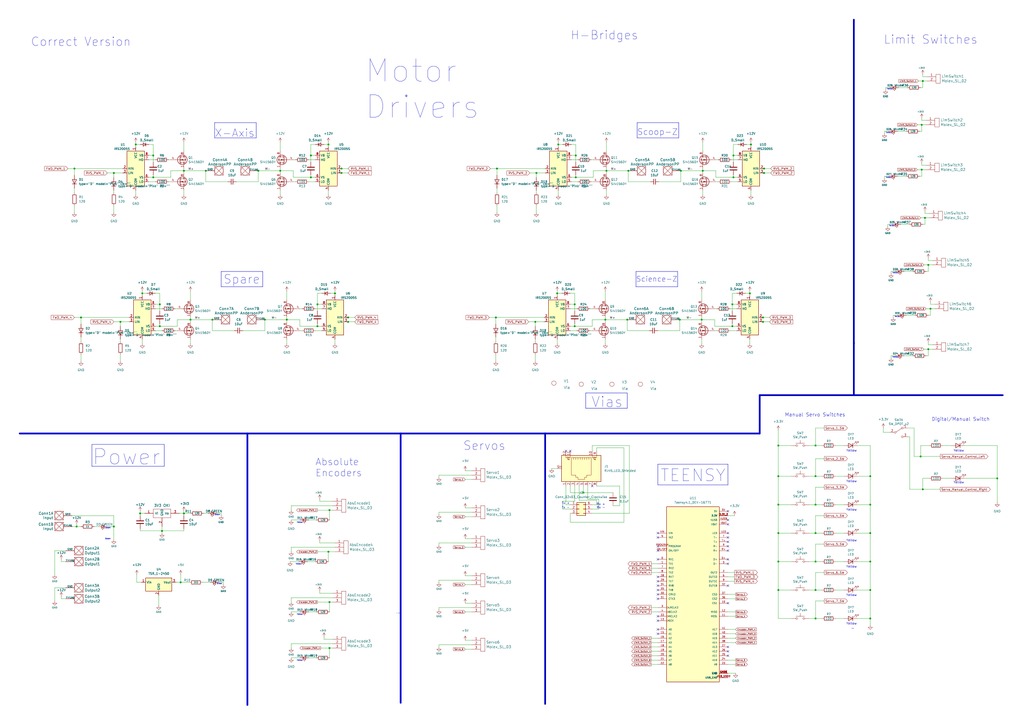
<source format=kicad_sch>
(kicad_sch (version 20211123) (generator eeschema)
  (paper "A2")
  (title_block (title "Science Motor Controller Board") (date "9/15/2022") (rev "1.01") (comment 4 "Buneta, Cavazos, Medrow"))
  (junction (at 190.5 83.82))
  (junction (at 123.19 185.42))
  (junction (at 451.485 258.445))
  (junction (at 323.215 170.18))
  (junction (at 451.485 292.735))
  (junction (at 78.74 83.82))
  (junction (at 473.075 309.245))
  (junction (at 166.37 185.42))
  (junction (at 184.15 176.53))
  (junction (at 536.575 126.365))
  (junction (at 180.34 102.87))
  (junction (at 119.38 99.06))
  (junction (at 104.775 337.82))
  (junction (at 334.01 102.87))
  (junction (at 46.99 184.15))
  (junction (at 534.67 98.425))
  (junction (at 363.855 185.42))
  (junction (at 435.61 83.82))
  (junction (at 311.15 100.33))
  (junction (at 473.075 342.265))
  (junction (at 451.485 325.755))
  (junction (at 191.135 295.91))
  (junction (at 338.455 285.75))
  (junction (at 407.035 185.42))
  (junction (at 110.49 185.42))
  (junction (at 288.29 97.79))
  (junction (at 425.45 102.87))
  (junction (at 538.48 153.67))
  (junction (at 201.93 186.69))
  (junction (at 424.815 189.23))
  (junction (at 394.335 185.42))
  (junction (at 504.825 358.775))
  (junction (at 442.595 186.69))
  (junction (at 535.305 46.99))
  (junction (at 106.68 99.06))
  (junction (at 504.825 325.755))
  (junction (at 473.075 276.225))
  (junction (at 149.86 99.06))
  (junction (at 323.85 83.82))
  (junction (at 538.48 202.565))
  (junction (at 66.04 305.435))
  (junction (at 334.01 90.17))
  (junction (at 198.12 100.33))
  (junction (at 407.67 99.06))
  (junction (at 473.075 258.445))
  (junction (at 351.155 185.42))
  (junction (at 43.18 97.79))
  (junction (at 425.45 90.17))
  (junction (at 451.485 309.245))
  (junction (at 578.485 277.495))
  (junction (at 191.135 349.25))
  (junction (at 184.15 189.23))
  (junction (at 333.375 176.53))
  (junction (at 44.45 305.435))
  (junction (at 539.75 179.07))
  (junction (at 434.975 170.18))
  (junction (at 201.93 184.15))
  (junction (at 106.68 297.815))
  (junction (at 88.9 102.87))
  (junction (at 451.485 342.265))
  (junction (at 443.23 100.33))
  (junction (at 93.98 307.975))
  (junction (at 504.825 292.735))
  (junction (at 424.815 176.53))
  (junction (at 92.71 176.53))
  (junction (at 442.595 184.15))
  (junction (at 504.825 342.265))
  (junction (at 287.655 184.15))
  (junction (at 194.31 170.18))
  (junction (at 153.67 185.42))
  (junction (at 333.375 189.23))
  (junction (at 473.075 325.755))
  (junction (at 81.28 297.815))
  (junction (at 310.515 186.69))
  (junction (at 88.9 90.17))
  (junction (at 82.55 170.18))
  (junction (at 66.04 100.33))
  (junction (at 534.67 72.39))
  (junction (at 394.97 99.06))
  (junction (at 473.075 292.735))
  (junction (at 473.075 358.775))
  (junction (at 364.49 99.06))
  (junction (at 535.305 283.845))
  (junction (at 198.12 97.79))
  (junction (at 69.85 186.69))
  (junction (at 162.56 99.06))
  (junction (at 351.79 99.06))
  (junction (at 504.825 309.245))
  (junction (at 190.5 320.04))
  (junction (at 443.23 97.79))
  (junction (at 534.035 264.795))
  (junction (at 92.71 189.23))
  (junction (at 504.825 276.225))
  (junction (at 180.34 90.17))
  (junction (at 451.485 276.225))
  (junction (at 191.135 375.92))
  (no_connect (at 381.635 344.805))
  (no_connect (at 381.635 334.645))
  (no_connect (at 381.635 337.185))
  (no_connect (at 422.275 314.325))
  (no_connect (at 422.275 311.785))
  (no_connect (at 422.275 304.165))
  (no_connect (at 422.275 301.625))
  (no_connect (at 422.275 309.245))
  (no_connect (at 422.275 316.865))
  (no_connect (at 422.275 327.025))
  (no_connect (at 422.275 324.485))
  (no_connect (at 422.275 319.405))
  (no_connect (at 422.275 349.885))
  (no_connect (at 422.275 380.365))
  (no_connect (at 422.275 377.825))
  (no_connect (at 422.275 375.285))
  (no_connect (at 381.635 367.665))
  (no_connect (at 422.275 339.725))
  (no_connect (at 381.635 357.505))
  (no_connect (at 381.635 360.045))
  (no_connect (at 381.635 347.345))
  (no_connect (at 422.275 296.545))
  (no_connect (at 330.835 261.62))
  (no_connect (at 328.295 261.62))
  (no_connect (at 343.535 281.94))
  (no_connect (at 381.635 342.265))
  (no_connect (at 381.635 339.725))
  (no_connect (at 381.635 324.485))
  (no_connect (at 381.635 309.245))
  (no_connect (at 381.635 311.785))
  (no_connect (at 381.635 316.865))
  (no_connect (at 381.635 319.405))
  (no_connect (at 381.635 365.125))
  (wire (pts (xy 514.985 130.175) (xy 514.985 131.445)))
  (wire (pts (xy 254.635 353.695) (xy 254.635 352.425)))
  (wire (pts (xy 532.765 46.99) (xy 535.305 46.99)))
  (wire (pts (xy 459.105 325.755) (xy 451.485 325.755)))
  (wire (pts (xy 78.74 83.82) (xy 78.74 85.09)))
  (wire (pts (xy 518.16 182.88) (xy 518.16 184.15)))
  (wire (pts (xy 538.48 151.13) (xy 538.48 149.86)))
  (wire (pts (xy 441.96 100.33) (xy 443.23 100.33)))
  (wire (pts (xy 186.69 189.23) (xy 184.15 189.23)))
  (wire (pts (xy 478.155 348.615) (xy 473.075 348.615)))
  (wire (pts (xy 497.205 342.265) (xy 504.825 342.265)))
  (wire (pts (xy 66.04 299.085) (xy 66.04 305.435)))
  (wire (pts (xy 69.85 205.74) (xy 69.85 209.55)))
  (wire (pts (xy 333.375 187.96) (xy 333.375 189.23)))
  (wire (pts (xy 407.035 185.42) (xy 407.035 186.69)))
  (wire (pts (xy 478.155 266.065) (xy 473.075 266.065)))
  (wire (pts (xy 559.435 258.445) (xy 578.485 258.445)))
  (wire (pts (xy 469.265 309.245) (xy 473.075 309.245)))
  (wire (pts (xy 269.875 273.05) (xy 273.685 273.05)))
  (wire (pts (xy 66.04 305.435) (xy 66.04 313.055)))
  (wire (pts (xy 516.89 206.375) (xy 516.89 207.645)))
  (wire (pts (xy 288.29 119.38) (xy 288.29 123.19)))
  (wire (pts (xy 62.23 305.435) (xy 66.04 305.435)))
  (wire (pts (xy 168.91 293.37) (xy 193.04 293.37)))
  (wire (pts (xy 184.15 295.91) (xy 191.135 295.91)))
  (wire (pts (xy 538.48 206.375) (xy 538.48 202.565)))
  (wire (pts (xy 422.275 357.505) (xy 426.72 357.505)))
  (wire (pts (xy 516.89 157.48) (xy 516.89 158.75)))
  (wire (pts (xy 88.9 101.6) (xy 88.9 102.87)))
  (wire (pts (xy 110.49 168.91) (xy 110.49 173.99)))
  (wire (pts (xy 173.99 185.42) (xy 166.37 185.42)))
  (wire (pts (xy 166.37 185.42) (xy 166.37 186.69)))
  (wire (pts (xy 196.85 97.79) (xy 198.12 97.79)))
  (wire (pts (xy 201.93 186.69) (xy 205.74 186.69)))
  (wire (pts (xy 516.255 50.8) (xy 513.715 50.8)))
  (wire (pts (xy 382.27 105.41) (xy 394.97 105.41)))
  (wire (pts (xy 407.67 110.49) (xy 407.67 113.03)))
  (polyline (pts (xy 124.46 71.12) (xy 124.46 80.01)) (stroke (width 0.2032) (type solid)))
  (wire (pts (xy 82.55 168.91) (xy 82.55 170.18)))
  (wire (pts (xy 473.075 325.755) (xy 476.885 325.755)))
  (polyline (pts (xy 152.4 157.48) (xy 128.27 157.48)) (stroke (width 0.2032) (type solid)))
  (wire (pts (xy 347.345 289.56) (xy 347.345 295.275)))
  (wire (pts (xy 140.97 191.77) (xy 153.67 191.77)))
  (wire (pts (xy 422.275 334.645) (xy 426.085 334.645)))
  (wire (pts (xy 198.12 100.33) (xy 201.93 100.33)))
  (wire (pts (xy 478.155 315.595) (xy 473.075 315.595)))
  (wire (pts (xy 85.09 170.18) (xy 82.55 170.18)))
  (wire (pts (xy 364.49 105.41) (xy 364.49 99.06)))
  (wire (pts (xy 149.86 105.41) (xy 149.86 99.06)))
  (polyline (pts (xy 422.275 269.24) (xy 422.275 281.305)) (stroke (width 0.2032) (type solid)))
  (wire (pts (xy 311.15 119.38) (xy 311.15 123.19)))
  (wire (pts (xy 469.265 358.775) (xy 473.075 358.775)))
  (wire (pts (xy 377.825 327.025) (xy 381.635 327.025)))
  (wire (pts (xy 196.85 100.33) (xy 198.12 100.33)))
  (wire (pts (xy 123.19 191.77) (xy 123.19 185.42)))
  (wire (pts (xy 119.38 105.41) (xy 132.08 105.41)))
  (wire (pts (xy 520.7 102.235) (xy 525.78 102.235)))
  (wire (pts (xy 522.605 130.175) (xy 527.685 130.175)))
  (wire (pts (xy 535.305 277.495) (xy 535.305 283.845)))
  (wire (pts (xy 81.28 83.82) (xy 78.74 83.82)))
  (wire (pts (xy 442.595 186.69) (xy 446.405 186.69)))
  (wire (pts (xy 338.455 285.75) (xy 355.6 285.75)))
  (wire (pts (xy 92.71 176.53) (xy 92.71 170.18)))
  (wire (pts (xy 88.9 102.87) (xy 99.06 102.87)))
  (wire (pts (xy 334.01 101.6) (xy 334.01 102.87)))
  (wire (pts (xy 478.155 282.575) (xy 473.075 282.575)))
  (wire (pts (xy 190.5 82.55) (xy 190.5 83.82)))
  (wire (pts (xy 394.97 105.41) (xy 394.97 99.06)))
  (wire (pts (xy 310.515 196.85) (xy 310.515 198.12)))
  (wire (pts (xy 459.105 292.735) (xy 451.485 292.735)))
  (wire (pts (xy 90.17 191.77) (xy 93.98 191.77)))
  (wire (pts (xy 377.825 370.205) (xy 381.635 370.205)))
  (wire (pts (xy 333.375 176.53) (xy 333.375 170.18)))
  (wire (pts (xy 377.825 377.825) (xy 381.635 377.825)))
  (wire (pts (xy 39.37 97.79) (xy 43.18 97.79)))
  (wire (pts (xy 333.375 290.83) (xy 326.39 290.83)))
  (wire (pts (xy 191.135 375.92) (xy 191.135 381.635)))
  (wire (pts (xy 106.68 307.975) (xy 106.68 306.705)))
  (wire (pts (xy 168.91 381.635) (xy 173.99 381.635)))
  (wire (pts (xy 185.42 289.56) (xy 185.42 290.83)))
  (wire (pts (xy 173.99 191.77) (xy 175.26 191.77)))
  (wire (pts (xy 407.035 168.91) (xy 407.035 173.99)))
  (wire (pts (xy 179.07 92.71) (xy 182.88 92.71)))
  (wire (pts (xy 407.67 82.55) (xy 407.67 87.63)))
  (wire (pts (xy 342.265 191.77) (xy 343.535 191.77)))
  (polyline (pts (xy 152.4 166.37) (xy 152.4 157.48)) (stroke (width 0.2032) (type solid)))
  (wire (pts (xy 535.305 50.8) (xy 535.305 46.99)))
  (wire (pts (xy 536.575 126.365) (xy 539.115 126.365)))
  (wire (pts (xy 469.265 292.735) (xy 473.075 292.735)))
  (wire (pts (xy 504.825 325.755) (xy 504.825 342.265)))
  (wire (pts (xy 538.48 157.48) (xy 538.48 153.67)))
  (wire (pts (xy 512.445 250.825) (xy 516.255 250.825)))
  (polyline (pts (xy 53.34 257.81) (xy 95.25 257.81)) (stroke (width 0.2032) (type solid)))
  (wire (pts (xy 184.15 176.53) (xy 184.15 180.34)))
  (wire (pts (xy 182.88 179.07) (xy 186.69 179.07)))
  (wire (pts (xy 364.49 105.41) (xy 377.19 105.41)))
  (wire (pts (xy 512.445 248.285) (xy 512.445 250.825)))
  (wire (pts (xy 517.525 130.175) (xy 514.985 130.175)))
  (wire (pts (xy 90.17 189.23) (xy 92.71 189.23)))
  (wire (pts (xy 330.835 191.77) (xy 334.645 191.77)))
  (wire (pts (xy 351.155 196.85) (xy 351.155 199.39)))
  (wire (pts (xy 185.42 313.69) (xy 185.42 314.96)))
  (wire (pts (xy 201.93 184.15) (xy 205.74 184.15)))
  (wire (pts (xy 530.225 264.795) (xy 534.035 264.795)))
  (wire (pts (xy 415.29 105.41) (xy 416.56 105.41)))
  (wire (pts (xy 106.68 110.49) (xy 106.68 113.03)))
  (wire (pts (xy 320.04 271.78) (xy 323.215 271.78)))
  (wire (pts (xy 66.04 100.33) (xy 66.04 102.87)))
  (wire (pts (xy 166.37 168.91) (xy 166.37 173.99)))
  (wire (pts (xy 377.825 332.105) (xy 381.635 332.105)))
  (wire (pts (xy 342.265 179.07) (xy 343.535 179.07)))
  (wire (pts (xy 326.39 290.83) (xy 326.39 295.275)))
  (polyline (pts (xy 495.3 11.43) (xy 495.3 199.39)) (stroke (width 1) (type solid)))
  (wire (pts (xy 287.655 205.74) (xy 287.655 209.55)))
  (polyline (pts (xy 381.635 269.24) (xy 422.275 269.24)) (stroke (width 0.2032) (type solid)))
  (wire (pts (xy 451.485 258.445) (xy 451.485 249.555)))
  (wire (pts (xy 578.485 277.495) (xy 559.435 277.495)))
  (wire (pts (xy 66.04 100.33) (xy 71.12 100.33)))
  (wire (pts (xy 269.875 354.965) (xy 273.685 354.965)))
  (wire (pts (xy 334.01 102.87) (xy 344.17 102.87)))
  (wire (pts (xy 168.91 317.5) (xy 194.31 317.5)))
  (wire (pts (xy 351.79 99.06) (xy 364.49 99.06)))
  (wire (pts (xy 184.15 187.96) (xy 184.15 189.23)))
  (wire (pts (xy 129.54 337.82) (xy 129.54 339.09)))
  (wire (pts (xy 110.49 184.15) (xy 110.49 185.42)))
  (wire (pts (xy 330.835 281.94) (xy 330.835 285.75)))
  (wire (pts (xy 92.075 345.44) (xy 92.075 351.155)))
  (polyline (pts (xy 393.7 80.01) (xy 393.7 71.12)) (stroke (width 0.2032) (type solid)))
  (wire (pts (xy 310.515 205.74) (xy 310.515 209.55)))
  (wire (pts (xy 81.28 297.815) (xy 81.28 296.545)))
  (wire (pts (xy 178.435 325.755) (xy 182.88 325.755)))
  (wire (pts (xy 513.08 102.235) (xy 513.08 103.505)))
  (wire (pts (xy 473.075 292.735) (xy 476.885 292.735)))
  (wire (pts (xy 361.95 259.715) (xy 346.075 259.715)))
  (wire (pts (xy 377.825 380.365) (xy 381.635 380.365)))
  (wire (pts (xy 534.035 264.795) (xy 545.465 264.795)))
  (wire (pts (xy 104.14 297.815) (xy 106.68 297.815)))
  (polyline (pts (xy 232.41 355.6) (xy 229.87 355.6)))
  (wire (pts (xy 78.74 82.55) (xy 78.74 83.82)))
  (wire (pts (xy 414.655 179.07) (xy 415.925 179.07)))
  (wire (pts (xy 422.275 332.105) (xy 426.085 332.105)))
  (wire (pts (xy 365.125 258.445) (xy 365.125 297.815)))
  (wire (pts (xy 534.035 258.445) (xy 534.035 264.795)))
  (wire (pts (xy 539.115 123.825) (xy 536.575 123.825)))
  (wire (pts (xy 186.055 375.92) (xy 191.135 375.92)))
  (wire (pts (xy 459.105 276.225) (xy 451.485 276.225)))
  (wire (pts (xy 535.305 46.99) (xy 537.845 46.99)))
  (wire (pts (xy 86.36 92.71) (xy 90.17 92.71)))
  (wire (pts (xy 519.43 206.375) (xy 516.89 206.375)))
  (wire (pts (xy 532.13 72.39) (xy 534.67 72.39)))
  (wire (pts (xy 578.485 277.495) (xy 578.485 291.465)))
  (wire (pts (xy 35.56 347.345) (xy 35.56 346.075)))
  (wire (pts (xy 484.505 292.735) (xy 489.585 292.735)))
  (wire (pts (xy 43.18 184.15) (xy 46.99 184.15)))
  (wire (pts (xy 323.85 83.82) (xy 323.85 85.09)))
  (wire (pts (xy 287.655 184.15) (xy 315.595 184.15)))
  (wire (pts (xy 79.375 333.375) (xy 79.375 337.82)))
  (wire (pts (xy 269.875 299.72) (xy 273.685 299.72)))
  (wire (pts (xy 44.45 305.435) (xy 46.99 305.435)))
  (wire (pts (xy 422.275 372.745) (xy 426.72 372.745)))
  (polyline (pts (xy 152.4 166.37) (xy 128.27 166.37)) (stroke (width 0.2032) (type solid)))
  (wire (pts (xy 254.635 336.55) (xy 273.685 336.55)))
  (wire (pts (xy 343.535 189.23) (xy 343.535 185.42)))
  (wire (pts (xy 180.34 83.82) (xy 182.88 83.82)))
  (wire (pts (xy 119.38 105.41) (xy 119.38 99.06)))
  (polyline (pts (xy 316.23 251.46) (xy 318.77 251.46)))
  (polyline (pts (xy 148.59 80.01) (xy 148.59 71.12)) (stroke (width 0.2032) (type solid)))
  (polyline (pts (xy 339.725 227.965) (xy 339.725 236.855)) (stroke (width 0.2032) (type solid)))
  (wire (pts (xy 190.5 110.49) (xy 190.5 113.03)))
  (wire (pts (xy 166.37 185.42) (xy 153.67 185.42)))
  (wire (pts (xy 117.475 337.82) (xy 121.92 337.82)))
  (wire (pts (xy 473.075 309.245) (xy 476.885 309.245)))
  (wire (pts (xy 182.88 102.87) (xy 180.34 102.87)))
  (polyline (pts (xy 368.935 157.48) (xy 368.935 166.37)) (stroke (width 0.2032) (type solid)))
  (polyline (pts (xy 440.69 251.46) (xy 440.69 229.235)) (stroke (width 1) (type solid)))
  (wire (pts (xy 541.02 200.025) (xy 538.48 200.025)))
  (wire (pts (xy 422.275 390.525) (xy 426.72 390.525)))
  (wire (pts (xy 43.18 97.79) (xy 71.12 97.79)))
  (wire (pts (xy 538.48 182.88) (xy 539.75 182.88)))
  (wire (pts (xy 185.42 344.17) (xy 193.04 344.17)))
  (wire (pts (xy 102.87 185.42) (xy 110.49 185.42)))
  (wire (pts (xy 473.075 342.265) (xy 476.885 342.265)))
  (polyline (pts (xy 381.635 281.305) (xy 381.635 269.24)) (stroke (width 0.2032) (type solid)))
  (wire (pts (xy 331.47 92.71) (xy 335.28 92.71)))
  (wire (pts (xy 86.36 105.41) (xy 90.17 105.41)))
  (wire (pts (xy 93.98 307.975) (xy 93.98 305.435)))
  (wire (pts (xy 469.265 325.755) (xy 473.075 325.755)))
  (polyline (pts (xy 393.065 157.48) (xy 368.935 157.48)) (stroke (width 0.2032) (type solid)))
  (wire (pts (xy 469.265 258.445) (xy 473.075 258.445)))
  (polyline (pts (xy 422.275 281.305) (xy 381.635 281.305)) (stroke (width 0.2032) (type solid)))
  (wire (pts (xy 81.28 307.975) (xy 93.98 307.975)))
  (wire (pts (xy 137.16 105.41) (xy 149.86 105.41)))
  (wire (pts (xy 186.69 191.77) (xy 182.88 191.77)))
  (wire (pts (xy 180.34 90.17) (xy 180.34 93.98)))
  (wire (pts (xy 179.07 381.635) (xy 183.515 381.635)))
  (polyline (pts (xy 148.59 71.12) (xy 124.46 71.12)) (stroke (width 0.2032) (type solid)))
  (wire (pts (xy 359.41 293.37) (xy 355.6 293.37)))
  (wire (pts (xy 254.635 337.82) (xy 254.635 336.55)))
  (wire (pts (xy 497.205 358.775) (xy 504.825 358.775)))
  (wire (pts (xy 92.71 170.18) (xy 90.17 170.18)))
  (wire (pts (xy 168.91 375.92) (xy 168.91 373.38)))
  (wire (pts (xy 110.49 185.42) (xy 123.19 185.42)))
  (wire (pts (xy 533.4 76.2) (xy 534.67 76.2)))
  (wire (pts (xy 537.21 206.375) (xy 538.48 206.375)))
  (wire (pts (xy 415.29 99.06) (xy 407.67 99.06)))
  (wire (pts (xy 407.67 99.06) (xy 407.67 100.33)))
  (wire (pts (xy 120.65 297.815) (xy 118.11 297.815)))
  (wire (pts (xy 283.845 184.15) (xy 287.655 184.15)))
  (wire (pts (xy 473.075 299.085) (xy 473.075 309.245)))
  (wire (pts (xy 269.875 339.09) (xy 273.685 339.09)))
  (wire (pts (xy 168.91 373.38) (xy 193.04 373.38)))
  (wire (pts (xy 497.205 276.225) (xy 504.825 276.225)))
  (wire (pts (xy 346.075 290.195) (xy 346.075 292.735)))
  (wire (pts (xy 424.815 170.18) (xy 427.355 170.18)))
  (wire (pts (xy 424.815 189.23) (xy 414.655 189.23)))
  (wire (pts (xy 473.075 282.575) (xy 473.075 292.735)))
  (wire (pts (xy 287.655 184.15) (xy 287.655 187.96)))
  (wire (pts (xy 254.635 352.425) (xy 273.685 352.425)))
  (wire (pts (xy 377.825 354.965) (xy 381.635 354.965)))
  (polyline (pts (xy 495.3 198.755) (xy 495.3 229.235)) (stroke (width 1) (type solid)))
  (wire (pts (xy 407.67 99.06) (xy 394.97 99.06)))
  (wire (pts (xy 127 337.82) (xy 129.54 337.82)))
  (wire (pts (xy 422.275 365.125) (xy 426.72 365.125)))
  (wire (pts (xy 414.655 191.77) (xy 415.925 191.77)))
  (wire (pts (xy 424.815 176.53) (xy 424.815 170.18)))
  (wire (pts (xy 310.515 186.69) (xy 310.515 189.23)))
  (wire (pts (xy 110.49 196.85) (xy 110.49 199.39)))
  (wire (pts (xy 525.78 182.88) (xy 530.86 182.88)))
  (wire (pts (xy 46.99 195.58) (xy 46.99 198.12)))
  (wire (pts (xy 184.15 170.18) (xy 186.69 170.18)))
  (wire (pts (xy 504.825 309.245) (xy 504.825 325.755)))
  (wire (pts (xy 539.75 176.53) (xy 539.75 175.26)))
  (wire (pts (xy 425.45 90.17) (xy 425.45 83.82)))
  (polyline (pts (xy 95.25 270.51) (xy 53.34 270.51)) (stroke (width 0.2032) (type solid)))
  (wire (pts (xy 422.275 344.805) (xy 426.72 344.805)))
  (wire (pts (xy 427.355 189.23) (xy 424.815 189.23)))
  (wire (pts (xy 333.375 170.18) (xy 330.835 170.18)))
  (wire (pts (xy 44.45 305.435) (xy 41.91 305.435)))
  (wire (pts (xy 194.31 196.85) (xy 194.31 199.39)))
  (wire (pts (xy 326.39 295.275) (xy 330.835 295.275)))
  (wire (pts (xy 90.17 179.07) (xy 93.98 179.07)))
  (wire (pts (xy 331.47 105.41) (xy 335.28 105.41)))
  (wire (pts (xy 424.18 92.71) (xy 427.99 92.71)))
  (wire (pts (xy 535.94 202.565) (xy 538.48 202.565)))
  (wire (pts (xy 504.825 258.445) (xy 504.825 276.225)))
  (wire (pts (xy 162.56 82.55) (xy 162.56 87.63)))
  (wire (pts (xy 542.29 176.53) (xy 539.75 176.53)))
  (wire (pts (xy 288.29 97.79) (xy 288.29 101.6)))
  (wire (pts (xy 351.155 185.42) (xy 363.855 185.42)))
  (wire (pts (xy 35.56 325.755) (xy 35.56 324.485)))
  (wire (pts (xy 334.01 90.17) (xy 334.01 93.98)))
  (wire (pts (xy 180.34 102.87) (xy 170.18 102.87)))
  (polyline (pts (xy 148.59 80.01) (xy 124.46 80.01)) (stroke (width 0.2032) (type solid)))
  (wire (pts (xy 162.56 99.06) (xy 162.56 100.33)))
  (wire (pts (xy 82.55 170.18) (xy 82.55 171.45)))
  (wire (pts (xy 497.205 309.245) (xy 504.825 309.245)))
  (wire (pts (xy 180.34 101.6) (xy 180.34 102.87)))
  (wire (pts (xy 484.505 342.265) (xy 489.585 342.265)))
  (wire (pts (xy 92.71 189.23) (xy 102.87 189.23)))
  (wire (pts (xy 168.275 325.755) (xy 173.355 325.755)))
  (wire (pts (xy 179.07 301.625) (xy 183.515 301.625)))
  (wire (pts (xy 524.51 206.375) (xy 529.59 206.375)))
  (wire (pts (xy 269.875 334.01) (xy 273.685 334.01)))
  (wire (pts (xy 38.1 347.345) (xy 35.56 347.345)))
  (wire (pts (xy 254.635 298.45) (xy 254.635 297.18)))
  (wire (pts (xy 86.36 102.87) (xy 88.9 102.87)))
  (wire (pts (xy 422.275 370.205) (xy 426.72 370.205)))
  (wire (pts (xy 414.655 189.23) (xy 414.655 185.42)))
  (wire (pts (xy 101.6 191.77) (xy 102.87 191.77)))
  (wire (pts (xy 97.79 105.41) (xy 99.06 105.41)))
  (wire (pts (xy 524.51 157.48) (xy 529.59 157.48)))
  (wire (pts (xy 191.135 349.25) (xy 191.135 354.965)))
  (wire (pts (xy 534.035 50.8) (xy 535.305 50.8)))
  (wire (pts (xy 441.325 186.69) (xy 442.595 186.69)))
  (wire (pts (xy 191.135 349.25) (xy 193.04 349.25)))
  (wire (pts (xy 536.575 130.175) (xy 536.575 126.365)))
  (wire (pts (xy 46.99 184.15) (xy 74.93 184.15)))
  (wire (pts (xy 288.29 97.79) (xy 316.23 97.79)))
  (wire (pts (xy 66.04 186.69) (xy 69.85 186.69)))
  (wire (pts (xy 78.74 110.49) (xy 78.74 113.03)))
  (wire (pts (xy 478.155 299.085) (xy 473.075 299.085)))
  (wire (pts (xy 484.505 325.755) (xy 489.585 325.755)))
  (wire (pts (xy 106.68 297.815) (xy 110.49 297.815)))
  (wire (pts (xy 331.47 90.17) (xy 334.01 90.17)))
  (wire (pts (xy 168.91 301.625) (xy 173.99 301.625)))
  (wire (pts (xy 106.68 97.79) (xy 106.68 99.06)))
  (wire (pts (xy 335.915 281.94) (xy 335.915 290.195)))
  (wire (pts (xy 88.9 90.17) (xy 88.9 83.82)))
  (wire (pts (xy 478.155 332.105) (xy 473.075 332.105)))
  (wire (pts (xy 330.835 189.23) (xy 333.375 189.23)))
  (wire (pts (xy 535.305 130.175) (xy 536.575 130.175)))
  (wire (pts (xy 93.98 307.975) (xy 106.68 307.975)))
  (wire (pts (xy 334.01 83.82) (xy 331.47 83.82)))
  (wire (pts (xy 422.275 367.665) (xy 426.72 367.665)))
  (wire (pts (xy 484.505 276.225) (xy 489.585 276.225)))
  (wire (pts (xy 38.1 325.755) (xy 35.56 325.755)))
  (wire (pts (xy 538.48 202.565) (xy 541.02 202.565)))
  (wire (pts (xy 435.61 82.55) (xy 435.61 83.82)))
  (wire (pts (xy 473.075 348.615) (xy 473.075 358.775)))
  (wire (pts (xy 93.98 309.245) (xy 93.98 307.975)))
  (wire (pts (xy 536.575 123.825) (xy 536.575 122.555)))
  (wire (pts (xy 69.85 186.69) (xy 69.85 189.23)))
  (wire (pts (xy 269.875 349.885) (xy 273.685 349.885)))
  (wire (pts (xy 186.69 176.53) (xy 184.15 176.53)))
  (polyline (pts (xy 363.855 236.855) (xy 339.725 236.855)) (stroke (width 0.2032) (type solid)))
  (wire (pts (xy 451.485 358.775) (xy 451.485 342.265)))
  (wire (pts (xy 407.035 184.15) (xy 407.035 185.42)))
  (wire (pts (xy 182.88 90.17) (xy 180.34 90.17)))
  (wire (pts (xy 539.115 258.445) (xy 534.035 258.445)))
  (wire (pts (xy 184.15 176.53) (xy 184.15 170.18)))
  (wire (pts (xy 81.28 297.815) (xy 83.82 297.815)))
  (wire (pts (xy 102.87 189.23) (xy 102.87 185.42)))
  (wire (pts (xy 504.825 342.265) (xy 504.825 358.775)))
  (wire (pts (xy 333.375 176.53) (xy 333.375 180.34)))
  (wire (pts (xy 484.505 309.245) (xy 489.585 309.245)))
  (wire (pts (xy 459.105 309.245) (xy 451.485 309.245)))
  (wire (pts (xy 269.875 294.64) (xy 273.685 294.64)))
  (wire (pts (xy 123.19 191.77) (xy 135.89 191.77)))
  (wire (pts (xy 351.79 82.55) (xy 351.79 87.63)))
  (wire (pts (xy 520.7 182.88) (xy 518.16 182.88)))
  (wire (pts (xy 82.55 196.85) (xy 82.55 199.39)))
  (wire (pts (xy 194.31 170.18) (xy 194.31 171.45)))
  (wire (pts (xy 351.79 99.06) (xy 351.79 100.33)))
  (wire (pts (xy 539.75 182.88) (xy 539.75 179.07)))
  (wire (pts (xy 534.67 69.85) (xy 534.67 68.58)))
  (wire (pts (xy 443.23 100.33) (xy 447.04 100.33)))
  (wire (pts (xy 254.635 297.18) (xy 273.685 297.18)))
  (wire (pts (xy 534.67 76.2) (xy 534.67 72.39)))
  (polyline (pts (xy 95.25 257.81) (xy 95.25 270.51)) (stroke (width 0.2032) (type solid)))
  (wire (pts (xy 57.15 305.435) (xy 54.61 305.435)))
  (wire (pts (xy 530.225 248.285) (xy 526.415 248.285)))
  (wire (pts (xy 333.375 189.23) (xy 343.535 189.23)))
  (wire (pts (xy 330.835 179.07) (xy 334.645 179.07)))
  (wire (pts (xy 254.635 276.86) (xy 254.635 275.59)))
  (wire (pts (xy 254.635 374.015) (xy 273.685 374.015)))
  (wire (pts (xy 407.67 97.79) (xy 407.67 99.06)))
  (wire (pts (xy 187.96 83.82) (xy 190.5 83.82)))
  (wire (pts (xy 347.345 295.275) (xy 343.535 295.275)))
  (wire (pts (xy 539.115 277.495) (xy 535.305 277.495)))
  (wire (pts (xy 539.75 179.07) (xy 542.29 179.07)))
  (wire (pts (xy 534.67 72.39) (xy 537.21 72.39)))
  (wire (pts (xy 346.075 292.735) (xy 343.535 292.735)))
  (wire (pts (xy 38.1 340.995) (xy 31.75 340.995)))
  (wire (pts (xy 254.635 275.59) (xy 273.685 275.59)))
  (wire (pts (xy 530.225 248.285) (xy 530.225 264.795)))
  (wire (pts (xy 533.4 102.235) (xy 534.67 102.235)))
  (wire (pts (xy 81.28 299.085) (xy 81.28 297.815)))
  (polyline (pts (xy 232.41 251.46) (xy 232.41 407.67)) (stroke (width 1) (type solid)))
  (wire (pts (xy 515.62 76.2) (xy 513.08 76.2)))
  (wire (pts (xy 198.12 97.79) (xy 201.93 97.79)))
  (wire (pts (xy 170.18 102.87) (xy 170.18 99.06)))
  (wire (pts (xy 422.275 299.085) (xy 426.085 299.085)))
  (polyline (pts (xy 363.855 227.965) (xy 339.725 227.965)) (stroke (width 0.2032) (type solid)))
  (wire (pts (xy 534.67 102.235) (xy 534.67 98.425)))
  (wire (pts (xy 534.035 126.365) (xy 536.575 126.365)))
  (wire (pts (xy 166.37 196.85) (xy 166.37 199.39)))
  (wire (pts (xy 269.875 278.13) (xy 273.685 278.13)))
  (wire (pts (xy 513.08 76.2) (xy 513.08 77.47)))
  (wire (pts (xy 99.06 99.06) (xy 106.68 99.06)))
  (wire (pts (xy 435.61 83.82) (xy 435.61 85.09)))
  (wire (pts (xy 162.56 97.79) (xy 162.56 99.06)))
  (wire (pts (xy 423.545 179.07) (xy 427.355 179.07)))
  (wire (pts (xy 328.295 281.94) (xy 328.295 292.735)))
  (wire (pts (xy 534.67 98.425) (xy 537.21 98.425)))
  (wire (pts (xy 128.27 299.085) (xy 128.27 297.815)))
  (wire (pts (xy 469.265 276.225) (xy 473.075 276.225)))
  (wire (pts (xy 473.075 258.445) (xy 476.885 258.445)))
  (wire (pts (xy 377.825 352.425) (xy 381.635 352.425)))
  (wire (pts (xy 331.47 102.87) (xy 334.01 102.87)))
  (wire (pts (xy 537.21 95.885) (xy 534.67 95.885)))
  (wire (pts (xy 330.835 176.53) (xy 333.375 176.53)))
  (wire (pts (xy 287.655 195.58) (xy 287.655 198.12)))
  (wire (pts (xy 425.45 90.17) (xy 425.45 93.98)))
  (polyline (pts (xy 143.51 251.46) (xy 143.51 408.94)) (stroke (width 1) (type solid)))
  (wire (pts (xy 377.825 375.285) (xy 381.635 375.285)))
  (wire (pts (xy 459.105 258.445) (xy 451.485 258.445)))
  (wire (pts (xy 190.5 320.04) (xy 194.31 320.04)))
  (wire (pts (xy 515.62 102.235) (xy 513.08 102.235)))
  (wire (pts (xy 377.825 329.565) (xy 381.635 329.565)))
  (wire (pts (xy 473.075 332.105) (xy 473.075 342.265)))
  (wire (pts (xy 520.7 76.2) (xy 525.78 76.2)))
  (wire (pts (xy 434.975 196.85) (xy 434.975 199.39)))
  (wire (pts (xy 153.67 191.77) (xy 153.67 185.42)))
  (wire (pts (xy 200.66 184.15) (xy 201.93 184.15)))
  (wire (pts (xy 441.325 184.15) (xy 442.595 184.15)))
  (wire (pts (xy 546.735 258.445) (xy 551.815 258.445)))
  (wire (pts (xy 284.48 97.79) (xy 288.29 97.79)))
  (wire (pts (xy 513.715 50.8) (xy 513.715 52.07)))
  (wire (pts (xy 43.18 97.79) (xy 43.18 101.6)))
  (wire (pts (xy 434.975 170.18) (xy 434.975 171.45)))
  (wire (pts (xy 434.975 168.91) (xy 434.975 170.18)))
  (wire (pts (xy 31.75 319.405) (xy 31.75 333.375)))
  (wire (pts (xy 269.875 371.475) (xy 273.685 371.475)))
  (wire (pts (xy 351.155 184.15) (xy 351.155 185.42)))
  (wire (pts (xy 110.49 185.42) (xy 110.49 186.69)))
  (wire (pts (xy 546.735 277.495) (xy 551.815 277.495)))
  (wire (pts (xy 86.36 90.17) (xy 88.9 90.17)))
  (wire (pts (xy 537.21 157.48) (xy 538.48 157.48)))
  (wire (pts (xy 333.375 281.94) (xy 333.375 290.83)))
  (wire (pts (xy 99.06 102.87) (xy 99.06 99.06)))
  (wire (pts (xy 527.685 283.845) (xy 527.685 253.365)))
  (wire (pts (xy 342.9 105.41) (xy 344.17 105.41)))
  (wire (pts (xy 504.825 358.775) (xy 504.825 362.585)))
  (polyline (pts (xy 128.27 157.48) (xy 128.27 166.37)) (stroke (width 0.2032) (type solid)))
  (wire (pts (xy 435.61 110.49) (xy 435.61 113.03)))
  (wire (pts (xy 473.075 266.065) (xy 473.075 276.225)))
  (wire (pts (xy 101.6 179.07) (xy 102.87 179.07)))
  (wire (pts (xy 106.68 99.06) (xy 106.68 100.33)))
  (polyline (pts (xy 363.855 236.855) (xy 363.855 227.965)) (stroke (width 0.2032) (type solid)))
  (wire (pts (xy 104.775 337.82) (xy 104.775 333.375)))
  (wire (pts (xy 427.355 176.53) (xy 424.815 176.53)))
  (wire (pts (xy 344.17 99.06) (xy 351.79 99.06)))
  (wire (pts (xy 473.075 276.225) (xy 476.885 276.225)))
  (wire (pts (xy 538.48 200.025) (xy 538.48 198.755)))
  (polyline (pts (xy 440.69 229.235) (xy 581.66 229.235)) (stroke (width 1) (type solid)))
  (wire (pts (xy 166.37 184.15) (xy 166.37 185.42)))
  (wire (pts (xy 459.105 342.265) (xy 451.485 342.265)))
  (wire (pts (xy 168.91 354.965) (xy 173.99 354.965)))
  (wire (pts (xy 532.13 98.425) (xy 534.67 98.425)))
  (wire (pts (xy 90.17 176.53) (xy 92.71 176.53)))
  (wire (pts (xy 415.29 102.87) (xy 415.29 99.06)))
  (wire (pts (xy 535.94 153.67) (xy 538.48 153.67)))
  (wire (pts (xy 541.02 151.13) (xy 538.48 151.13)))
  (wire (pts (xy 162.56 110.49) (xy 162.56 113.03)))
  (wire (pts (xy 187.96 369.57) (xy 187.96 370.84)))
  (wire (pts (xy 185.42 342.9) (xy 185.42 344.17)))
  (wire (pts (xy 377.825 382.905) (xy 381.635 382.905)))
  (polyline (pts (xy 316.23 251.46) (xy 316.23 408.305)) (stroke (width 1) (type solid)))
  (wire (pts (xy 504.825 276.225) (xy 504.825 292.735)))
  (wire (pts (xy 443.23 97.79) (xy 447.04 97.79)))
  (wire (pts (xy 46.99 184.15) (xy 46.99 187.96)))
  (wire (pts (xy 538.48 153.67) (xy 541.02 153.67)))
  (wire (pts (xy 527.685 253.365) (xy 526.415 253.365)))
  (wire (pts (xy 415.29 92.71) (xy 416.56 92.71)))
  (wire (pts (xy 340.995 289.56) (xy 347.345 289.56)))
  (wire (pts (xy 81.28 306.705) (xy 81.28 307.975)))
  (wire (pts (xy 426.085 337.185) (xy 422.275 337.185)))
  (wire (pts (xy 334.01 90.17) (xy 334.01 83.82)))
  (wire (pts (xy 330.835 302.895) (xy 361.95 302.895)))
  (polyline (pts (xy 316.23 251.46) (xy 440.69 251.46)) (stroke (width 1) (type solid)))
  (wire (pts (xy 414.655 185.42) (xy 407.035 185.42)))
  (wire (pts (xy 194.31 168.91) (xy 194.31 170.18)))
  (wire (pts (xy 323.85 82.55) (xy 323.85 83.82)))
  (wire (pts (xy 342.9 92.71) (xy 344.17 92.71)))
  (wire (pts (xy 88.9 83.82) (xy 86.36 83.82)))
  (wire (pts (xy 92.71 187.96) (xy 92.71 189.23)))
  (wire (pts (xy 323.215 168.91) (xy 323.215 170.18)))
  (wire (pts (xy 173.99 189.23) (xy 173.99 185.42)))
  (wire (pts (xy 344.17 102.87) (xy 344.17 99.06)))
  (wire (pts (xy 125.73 297.815) (xy 128.27 297.815)))
  (wire (pts (xy 311.15 100.33) (xy 316.23 100.33)))
  (wire (pts (xy 311.15 100.33) (xy 311.15 102.87)))
  (wire (pts (xy 162.56 99.06) (xy 149.86 99.06)))
  (wire (pts (xy 346.075 259.715) (xy 346.075 261.62)))
  (wire (pts (xy 307.34 100.33) (xy 311.15 100.33)))
  (wire (pts (xy 442.595 184.15) (xy 446.405 184.15)))
  (wire (pts (xy 326.39 83.82) (xy 323.85 83.82)))
  (wire (pts (xy 254.635 316.23) (xy 254.635 314.96)))
  (wire (pts (xy 79.375 337.82) (xy 81.915 337.82)))
  (wire (pts (xy 484.505 258.445) (xy 489.585 258.445)))
  (wire (pts (xy 459.105 358.775) (xy 451.485 358.775)))
  (wire (pts (xy 97.79 92.71) (xy 99.06 92.71)))
  (wire (pts (xy 377.825 372.745) (xy 381.635 372.745)))
  (wire (pts (xy 254.635 314.96) (xy 273.685 314.96)))
  (wire (pts (xy 173.99 179.07) (xy 175.26 179.07)))
  (wire (pts (xy 422.275 354.965) (xy 426.72 354.965)))
  (polyline (pts (xy 393.7 71.12) (xy 369.57 71.12)) (stroke (width 0.2032) (type solid)))
  (wire (pts (xy 351.79 97.79) (xy 351.79 99.06)))
  (wire (pts (xy 451.485 309.245) (xy 451.485 292.735)))
  (polyline (pts (xy 393.065 166.37) (xy 368.935 166.37)) (stroke (width 0.2032) (type solid)))
  (wire (pts (xy 182.88 105.41) (xy 179.07 105.41)))
  (polyline (pts (xy 495.3 364.49) (xy 494.03 364.49)))
  (wire (pts (xy 359.41 281.94) (xy 359.41 293.37)))
  (wire (pts (xy 441.96 97.79) (xy 443.23 97.79)))
  (wire (pts (xy 407.035 185.42) (xy 394.335 185.42)))
  (wire (pts (xy 351.155 185.42) (xy 351.155 186.69)))
  (wire (pts (xy 451.485 342.265) (xy 451.485 325.755)))
  (wire (pts (xy 422.275 385.445) (xy 426.72 385.445)))
  (wire (pts (xy 451.485 292.735) (xy 451.485 276.225)))
  (wire (pts (xy 43.18 109.22) (xy 43.18 111.76)))
  (wire (pts (xy 310.515 186.69) (xy 315.595 186.69)))
  (wire (pts (xy 469.265 342.265) (xy 473.075 342.265)))
  (wire (pts (xy 330.835 285.75) (xy 338.455 285.75)))
  (wire (pts (xy 168.91 346.71) (xy 193.04 346.71)))
  (wire (pts (xy 425.45 83.82) (xy 427.99 83.82)))
  (wire (pts (xy 102.235 337.82) (xy 104.775 337.82)))
  (wire (pts (xy 66.04 119.38) (xy 66.04 123.19)))
  (wire (pts (xy 311.15 110.49) (xy 311.15 111.76)))
  (polyline (pts (xy 393.7 80.01) (xy 369.57 80.01)) (stroke (width 0.2032) (type solid)))
  (wire (pts (xy 407.035 196.85) (xy 407.035 199.39)))
  (wire (pts (xy 504.825 292.735) (xy 504.825 309.245)))
  (wire (pts (xy 519.43 157.48) (xy 516.89 157.48)))
  (wire (pts (xy 497.205 325.755) (xy 504.825 325.755)))
  (wire (pts (xy 534.67 95.885) (xy 534.67 94.615)))
  (wire (pts (xy 432.435 170.18) (xy 434.975 170.18)))
  (wire (pts (xy 335.915 290.195) (xy 346.075 290.195)))
  (wire (pts (xy 191.135 295.91) (xy 191.135 301.625)))
  (wire (pts (xy 578.485 258.445) (xy 578.485 277.495)))
  (wire (pts (xy 365.125 297.815) (xy 343.535 297.815)))
  (wire (pts (xy 535.305 44.45) (xy 535.305 43.18)))
  (wire (pts (xy 535.305 283.845) (xy 545.465 283.845)))
  (wire (pts (xy 269.875 376.555) (xy 273.685 376.555)))
  (wire (pts (xy 424.815 187.96) (xy 424.815 189.23)))
  (wire (pts (xy 328.295 292.735) (xy 330.835 292.735)))
  (wire (pts (xy 88.9 90.17) (xy 88.9 93.98)))
  (wire (pts (xy 351.79 110.49) (xy 351.79 113.03)))
  (wire (pts (xy 190.5 320.04) (xy 190.5 325.755)))
  (wire (pts (xy 343.535 185.42) (xy 351.155 185.42)))
  (wire (pts (xy 269.875 317.5) (xy 273.685 317.5)))
  (wire (pts (xy 377.825 385.445) (xy 381.635 385.445)))
  (wire (pts (xy 427.99 105.41) (xy 424.18 105.41)))
  (wire (pts (xy 254.635 375.285) (xy 254.635 374.015)))
  (wire (pts (xy 288.29 109.22) (xy 288.29 111.76)))
  (wire (pts (xy 106.68 99.06) (xy 119.38 99.06)))
  (wire (pts (xy 394.335 191.77) (xy 394.335 185.42)))
  (wire (pts (xy 363.855 191.77) (xy 363.855 185.42)))
  (wire (pts (xy 473.075 315.595) (xy 473.075 325.755)))
  (wire (pts (xy 184.15 349.25) (xy 191.135 349.25)))
  (wire (pts (xy 168.91 295.91) (xy 168.91 293.37)))
  (wire (pts (xy 478.155 248.285) (xy 473.075 248.285)))
  (wire (pts (xy 185.42 290.83) (xy 193.04 290.83)))
  (wire (pts (xy 484.505 358.775) (xy 489.585 358.775)))
  (wire (pts (xy 184.15 320.04) (xy 190.5 320.04)))
  (polyline (pts (xy 393.065 166.37) (xy 393.065 157.48)) (stroke (width 0.2032) (type solid)))
  (wire (pts (xy 168.91 320.04) (xy 168.91 317.5)))
  (wire (pts (xy 106.68 299.085) (xy 106.68 297.815)))
  (wire (pts (xy 180.34 90.17) (xy 180.34 83.82)))
  (wire (pts (xy 427.99 102.87) (xy 425.45 102.87)))
  (wire (pts (xy 433.07 83.82) (xy 435.61 83.82)))
  (wire (pts (xy 92.71 176.53) (xy 92.71 180.34)))
  (wire (pts (xy 170.18 99.06) (xy 162.56 99.06)))
  (wire (pts (xy 346.075 281.94) (xy 359.41 281.94)))
  (wire (pts (xy 190.5 83.82) (xy 190.5 85.09)))
  (wire (pts (xy 187.96 370.84) (xy 193.04 370.84)))
  (wire (pts (xy 451.485 325.755) (xy 451.485 309.245)))
  (wire (pts (xy 41.91 299.085) (xy 66.04 299.085)))
  (wire (pts (xy 425.45 101.6) (xy 425.45 102.87)))
  (wire (pts (xy 422.275 382.905) (xy 426.72 382.905)))
  (wire (pts (xy 43.18 119.38) (xy 43.18 123.19)))
  (wire (pts (xy 330.835 297.815) (xy 330.835 302.895)))
  (wire (pts (xy 537.845 44.45) (xy 535.305 44.45)))
  (wire (pts (xy 363.855 191.77) (xy 376.555 191.77)))
  (wire (pts (xy 351.155 168.91) (xy 351.155 173.99)))
  (wire (pts (xy 427.355 191.77) (xy 423.545 191.77)))
  (wire (pts (xy 44.45 304.165) (xy 44.45 305.435)))
  (wire (pts (xy 191.135 375.92) (xy 193.04 375.92)))
  (wire (pts (xy 381.635 191.77) (xy 394.335 191.77)))
  (wire (pts (xy 361.95 302.895) (xy 361.95 259.715)))
  (wire (pts (xy 69.85 186.69) (xy 74.93 186.69)))
  (wire (pts (xy 191.77 170.18) (xy 194.31 170.18)))
  (wire (pts (xy 497.205 258.445) (xy 504.825 258.445)))
  (wire (pts (xy 422.275 347.345) (xy 426.72 347.345)))
  (wire (pts (xy 170.18 92.71) (xy 171.45 92.71)))
  (polyline (pts (xy 11.43 251.46) (xy 316.23 251.46)) (stroke (width 1) (type solid)))
  (wire (pts (xy 69.85 196.85) (xy 69.85 198.12)))
  (wire (pts (xy 343.535 261.62) (xy 343.535 258.445)))
  (wire (pts (xy 427.99 90.17) (xy 425.45 90.17)))
  (wire (pts (xy 179.07 354.965) (xy 183.515 354.965)))
  (wire (pts (xy 200.66 186.69) (xy 201.93 186.69)))
  (wire (pts (xy 343.535 258.445) (xy 365.125 258.445)))
  (wire (pts (xy 521.335 50.8) (xy 526.415 50.8)))
  (wire (pts (xy 306.705 186.69) (xy 310.515 186.69)))
  (polyline (pts (xy 369.57 71.12) (xy 369.57 80.01)) (stroke (width 0.2032) (type solid)))
  (wire (pts (xy 104.775 337.82) (xy 109.855 337.82)))
  (wire (pts (xy 168.91 349.25) (xy 168.91 346.71)))
  (wire (pts (xy 170.18 105.41) (xy 171.45 105.41)))
  (wire (pts (xy 537.21 69.85) (xy 534.67 69.85)))
  (wire (pts (xy 185.42 314.96) (xy 194.31 314.96)))
  (wire (pts (xy 323.85 110.49) (xy 323.85 113.03)))
  (wire (pts (xy 338.455 281.94) (xy 338.455 285.75)))
  (wire (pts (xy 325.755 170.18) (xy 323.215 170.18)))
  (wire (pts (xy 184.15 189.23) (xy 173.99 189.23)))
  (wire (pts (xy 46.99 205.74) (xy 46.99 209.55)))
  (wire (pts (xy 38.1 319.405) (xy 31.75 319.405)))
  (wire (pts (xy 323.215 196.85) (xy 323.215 199.39)))
  (wire (pts (xy 62.23 100.33) (xy 66.04 100.33)))
  (wire (pts (xy 425.45 102.87) (xy 415.29 102.87)))
  (wire (pts (xy 473.075 358.775) (xy 476.885 358.775)))
  (wire (pts (xy 451.485 276.225) (xy 451.485 258.445)))
  (wire (pts (xy 106.68 296.545) (xy 106.68 297.815)))
  (wire (pts (xy 191.135 295.91) (xy 193.04 295.91)))
  (wire (pts (xy 340.995 281.94) (xy 340.995 289.56)))
  (wire (pts (xy 66.04 110.49) (xy 66.04 111.76)))
  (wire (pts (xy 31.75 340.995) (xy 31.75 348.615)))
  (wire (pts (xy 527.685 283.845) (xy 535.305 283.845)))
  (wire (pts (xy 537.21 179.07) (xy 539.75 179.07)))
  (polyline (pts (xy 53.34 270.51) (xy 53.34 257.81)) (stroke (width 0.2032) (type solid)))
  (wire (pts (xy 269.875 312.42) (xy 273.685 312.42)))
  (wire (pts (xy 497.205 292.735) (xy 504.825 292.735)))
  (wire (pts (xy 424.815 176.53) (xy 424.815 180.34)))
  (wire (pts (xy 323.215 170.18) (xy 323.215 171.45)))
  (wire (pts (xy 106.68 82.55) (xy 106.68 87.63)))
  (wire (pts (xy 473.075 248.285) (xy 473.075 258.445)))
  (text "Yellow" (at 553.085 262.255 0) (effects (font (size 1.27 1.27)) (justify left bottom)))
  (text "Yellow" (at 490.855 280.035 0) (effects (font (size 1.27 1.27)) (justify left bottom)))
  (text "TEENSY" (at 382.905 280.035 0) (effects (font (size 7.0104 7.0104)) (justify left bottom)))
  (text "Green" (at 60.96 313.055 0) (effects (font (size 0.7112 0.7112)) (justify left bottom)))
  (text "X-Axis" (at 124.46 80.01 0) (effects (font (size 4.5 4.5)) (justify left bottom)))
  (text "Yellow" (at 490.855 329.565 0) (effects (font (size 1.27 1.27)) (justify left bottom)))
  (text "Yellow" (at 490.855 296.545 0) (effects (font (size 1.27 1.27)) (justify left bottom)))
  (text "Yellow" (at 513.715 103.505 0) (effects (font (size 0.7112 0.7112)) (justify left bottom)))
  (text "Green" (at 60.96 306.705 0) (effects (font (size 0.7112 0.7112)) (justify left bottom)))
  (text "Power\n" (at 53.34 270.51 0) (effects (font (size 8.9916 8.9916)) (justify left bottom)))
  (text "Yellow" (at 517.525 158.75 0) (effects (font (size 0.7112 0.7112)) (justify left bottom)))
  (text "Absolute\nEncoders" (at 182.88 276.86 0) (effects (font (size 3.9878 3.9878)) (justify left bottom)))
  (text "Yellow" (at 172.085 383.54 0) (effects (font (size 0.7112 0.7112)) (justify left bottom)))
  (text "Green" (at 125.73 339.09 0) (effects (font (size 0.7112 0.7112)) (justify left bottom)))
  (text "Yellow" (at 513.715 77.47 0) (effects (font (size 0.7112 0.7112)) (justify left bottom)))
  (text "Yellow" (at 172.085 303.53 0) (effects (font (size 0.7112 0.7112)) (justify left bottom)))
  (text "Motor\nDrivers " (at 211.455 69.85 0) (effects (font (size 13.0048 13.0048)) (justify left bottom)))
  (text "Yellow" (at 490.855 362.585 0) (effects (font (size 1.27 1.27)) (justify left bottom)))
  (text "Vias" (at 342.9 236.855 0) (effects (font (size 6 6)) (justify left bottom)))
  (text "Yellow" (at 172.085 356.87 0) (effects (font (size 0.7112 0.7112)) (justify left bottom)))
  (text "Spare" (at 129.54 165.1 0) (effects (font (size 5.0038 5.0038)) (justify left bottom)))
  (text "Tx - \n" (at 325.755 295.275 0) (effects (font (size 1.27 1.27)) (justify left bottom)))
  (text "Correct Version" (at 17.78 27.305 0) (effects (font (size 5 5)) (justify left bottom)))
  (text "Manual Servo Switches" (at 455.295 241.935 0) (effects (font (size 2.0066 2.0066)) (justify left bottom)))
  (text "Yellow" (at 515.62 131.445 0) (effects (font (size 0.7112 0.7112)) (justify left bottom)))
  (text "Limit Switches" (at 512.445 26.035 0) (effects (font (size 5.0038 5.0038)) (justify left bottom)))
  (text "Yellow" (at 490.855 262.255 0) (effects (font (size 1.27 1.27)) (justify left bottom)))
  (text "Green" (at 124.46 299.085 0) (effects (font (size 0.7112 0.7112)) (justify left bottom)))
  (text "Servos" (at 268.605 261.62 0) (effects (font (size 5.0038 5.0038)) (justify left bottom)))
  (text "Rx - " (at 346.075 295.275 0) (effects (font (size 1.27 1.27)) (justify left bottom)))
  (text "Science-Z" (at 368.935 163.83 0) (effects (font (size 3 3)) (justify left bottom)))
  (text "Yellow" (at 514.35 52.07 0) (effects (font (size 0.7112 0.7112)) (justify left bottom)))
  (text "H-Bridges" (at 330.835 23.495 0) (effects (font (size 5 5)) (justify left bottom)))
  (text "Yellow" (at 553.085 280.67 0) (effects (font (size 1.27 1.27)) (justify left bottom)))
  (text "Yellow" (at 518.795 184.15 0) (effects (font (size 0.7112 0.7112)) (justify left bottom)))
  (text "Yellow" (at 490.855 314.325 0) (effects (font (size 1.27 1.27)) (justify left bottom)))
  (text "Yellow" (at 171.45 327.66 0) (effects (font (size 0.7112 0.7112)) (justify left bottom)))
  (text "Tx +\n" (at 325.755 292.735 0) (effects (font (size 1.27 1.27)) (justify left bottom)))
  (text "Scoop-Z" (at 369.57 78.74 0) (effects (font (size 3.5 3.5)) (justify left bottom)))
  (text "Digital/Manual Switch" (at 540.385 244.475 0) (effects (font (size 2.0066 2.0066)) (justify left bottom)))
  (text "Rx +" (at 346.075 293.37 0) (effects (font (size 1.27 1.27)) (justify left bottom)))
  (text "Yellow" (at 490.855 346.075 0) (effects (font (size 1.27 1.27)) (justify left bottom)))
  (text "Yellow" (at 517.525 207.645 0) (effects (font (size 0.7112 0.7112)) (justify left bottom)))
  (label "M-" (at 157.48 185.42 0))
  (label "M+" (at 354.33 99.06 0))
  (label "M-" (at 398.78 99.06 0))
  (label "M+" (at 113.03 185.42 0))
  (label "M-" (at 398.145 185.42 0))
  (label "M+" (at 353.695 185.42 0))
  (label "M-" (at 153.67 99.06 0))
  (label "M+" (at 109.22 99.06 0))
  (global_label "Limit_Switch_3" (shape input) (at 532.13 98.425 180) (effects (font (size 0.889 0.889))) (property "Intersheet References" "${INTERSHEET_REFS}" (effects hide)))
  (global_label "Encoder_PWM_1" (shape output) (at 184.15 295.91 180) (effects (font (size 0.889 0.889))) (property "Intersheet References" "${INTERSHEET_REFS}" (effects hide)))
  (global_label "Encoder_PWM_2" (shape input) (at 426.72 370.205 0) (effects (font (size 0.889 0.889))) (property "Intersheet References" "${INTERSHEET_REFS}" (effects hide)))
  (global_label "Limit_Switch_1" (shape output) (at 377.825 370.205 180) (effects (font (size 0.889 0.889))) (property "Intersheet References" "${INTERSHEET_REFS}" (effects hide)))
  (global_label "FWD_PWM_2" (shape output) (at 377.825 352.425 180) (property "Intersheet References" "${INTERSHEET_REFS}" (effects hide)))
  (global_label "Servo_6" (shape output) (at 426.72 385.445 0) (effects (font (size 0.889 0.889))) (property "Intersheet References" "${INTERSHEET_REFS}" (effects hide)))
  (global_label "Servo_1_SW" (shape output) (at 478.155 248.285 0) (property "Intersheet References" "${INTERSHEET_REFS}" (effects hide)))
  (global_label "FWD_PWM_2" (shape input) (at 284.48 97.79 180) (property "Intersheet References" "${INTERSHEET_REFS}" (effects hide)))
  (global_label "FWD_PWM_2" (shape input) (at 447.04 100.33 0) (property "Intersheet References" "${INTERSHEET_REFS}" (effects hide)))
  (global_label "Encoder_PWM_4" (shape input) (at 426.72 365.125 0) (effects (font (size 0.889 0.889))) (property "Intersheet References" "${INTERSHEET_REFS}" (effects hide)))
  (global_label "Encoder_PWM_1" (shape input) (at 426.72 372.745 0) (effects (font (size 0.889 0.889))) (property "Intersheet References" "${INTERSHEET_REFS}" (effects hide)))
  (global_label "Limit_Switch_7" (shape input) (at 535.94 202.565 180) (effects (font (size 0.889 0.889))) (property "Intersheet References" "${INTERSHEET_REFS}" (effects hide)))
  (global_label "Encoder_PWM_3" (shape output) (at 184.15 349.25 180) (effects (font (size 0.889 0.889))) (property "Intersheet References" "${INTERSHEET_REFS}" (effects hide)))
  (global_label "RVS_PWM_1" (shape input) (at 62.23 100.33 180) (property "Intersheet References" "${INTERSHEET_REFS}" (effects hide)))
  (global_label "Servo_2" (shape input) (at 269.875 299.72 180) (effects (font (size 0.889 0.889))) (property "Intersheet References" "${INTERSHEET_REFS}" (effects hide)))
  (global_label "Servo_5" (shape input) (at 269.875 354.965 180) (effects (font (size 0.889 0.889))) (property "Intersheet References" "${INTERSHEET_REFS}" (effects hide)))
  (global_label "FWD_PWM_3" (shape input) (at 446.405 186.69 0) (property "Intersheet References" "${INTERSHEET_REFS}" (effects hide)))
  (global_label "Limit_Switch_6" (shape input) (at 537.21 179.07 180) (effects (font (size 0.889 0.889))) (property "Intersheet References" "${INTERSHEET_REFS}" (effects hide)))
  (global_label "Servo_6_SW" (shape output) (at 478.155 332.105 0) (property "Intersheet References" "${INTERSHEET_REFS}" (effects hide)))
  (global_label "RVS_PWM_1" (shape output) (at 426.085 332.105 0) (property "Intersheet References" "${INTERSHEET_REFS}" (effects hide)))
  (global_label "FWD_PWM_1" (shape input) (at 201.93 100.33 0) (property "Intersheet References" "${INTERSHEET_REFS}" (effects hide)))
  (global_label "Servo_4" (shape input) (at 269.875 339.09 180) (effects (font (size 0.889 0.889))) (property "Intersheet References" "${INTERSHEET_REFS}" (effects hide)))
  (global_label "Servo_Manual_Control_Right" (shape output) (at 545.465 283.845 0) (property "Intersheet References" "${INTERSHEET_REFS}" (effects hide)))
  (global_label "Servo_3_SW" (shape output) (at 478.155 282.575 0) (property "Intersheet References" "${INTERSHEET_REFS}" (effects hide)))
  (global_label "FWD_PWM_4" (shape input) (at 205.74 186.69 0) (property "Intersheet References" "${INTERSHEET_REFS}" (effects hide)))
  (global_label "RVS_PWM_4" (shape input) (at 66.04 186.69 180) (property "Intersheet References" "${INTERSHEET_REFS}" (effects hide)))
  (global_label "Servo_1" (shape input) (at 269.875 278.13 180) (effects (font (size 0.889 0.889))) (property "Intersheet References" "${INTERSHEET_REFS}" (effects hide)))
  (global_label "RVS_PWM_2" (shape input) (at 447.04 97.79 0) (property "Intersheet References" "${INTERSHEET_REFS}" (effects hide)))
  (global_label "Encoder_PWM_3" (shape input) (at 426.72 367.665 0) (effects (font (size 0.889 0.889))) (property "Intersheet References" "${INTERSHEET_REFS}" (effects hide)))
  (global_label "Limit_Switch_3" (shape output) (at 377.825 375.285 180) (effects (font (size 0.889 0.889))) (property "Intersheet References" "${INTERSHEET_REFS}" (effects hide)))
  (global_label "Servo_Manual_Control_Left" (shape output) (at 545.465 264.795 0) (property "Intersheet References" "${INTERSHEET_REFS}" (effects hide)))
  (global_label "Limit_Switch_2" (shape output) (at 377.825 372.745 180) (effects (font (size 0.889 0.889))) (property "Intersheet References" "${INTERSHEET_REFS}" (effects hide)))
  (global_label "FWD_PWM_3" (shape output) (at 426.085 334.645 0) (property "Intersheet References" "${INTERSHEET_REFS}" (effects hide)))
  (global_label "Limit_Switch_5" (shape input) (at 535.94 153.67 180) (effects (font (size 0.889 0.889))) (property "Intersheet References" "${INTERSHEET_REFS}" (effects hide)))
  (global_label "RVS_PWM_2" (shape output) (at 377.825 354.965 180) (property "Intersheet References" "${INTERSHEET_REFS}" (effects hide)))
  (global_label "Servo_5_SW" (shape output) (at 478.155 315.595 0) (property "Intersheet References" "${INTERSHEET_REFS}" (effects hide)))
  (global_label "FWD_PWM_3" (shape input) (at 283.845 184.15 180) (property "Intersheet References" "${INTERSHEET_REFS}" (effects hide)))
  (global_label "RVS_PWM_4" (shape output) (at 426.085 337.185 0) (property "Intersheet References" "${INTERSHEET_REFS}" (effects hide)))
  (global_label "Servo_1" (shape output) (at 426.72 344.805 0) (effects (font (size 0.889 0.889))) (property "Intersheet References" "${INTERSHEET_REFS}" (effects hide)))
  (global_label "Limit_Switch_2" (shape input) (at 532.13 72.39 180) (effects (font (size 0.889 0.889))) (property "Intersheet References" "${INTERSHEET_REFS}" (effects hide)))
  (global_label "RVS_PWM_3" (shape input) (at 306.705 186.69 180) (property "Intersheet References" "${INTERSHEET_REFS}" (effects hide)))
  (global_label "Limit_Switch_1" (shape input) (at 532.765 46.99 180) (effects (font (size 0.889 0.889))) (property "Intersheet References" "${INTERSHEET_REFS}" (effects hide)))
  (global_label "Limit_Switch_5" (shape output) (at 377.825 380.365 180) (effects (font (size 0.889 0.889))) (property "Intersheet References" "${INTERSHEET_REFS}" (effects hide)))
  (global_label "Encoder_PWM_4" (shape output) (at 186.055 375.92 180) (effects (font (size 0.889 0.889))) (property "Intersheet References" "${INTERSHEET_REFS}" (effects hide)))
  (global_label "Servo_4_SW" (shape output) (at 478.155 299.085 0) (property "Intersheet References" "${INTERSHEET_REFS}" (effects hide)))
  (global_label "Servo_5" (shape output) (at 426.72 382.905 0) (effects (font (size 0.889 0.889))) (property "Intersheet References" "${INTERSHEET_REFS}" (effects hide)))
  (global_label "Limit_Switch_4" (shape output) (at 377.825 377.825 180) (effects (font (size 0.889 0.889))) (property "Intersheet References" "${INTERSHEET_REFS}" (effects hide)))
  (global_label "RVS_PWM_1" (shape input) (at 201.93 97.79 0) (property "Intersheet References" "${INTERSHEET_REFS}" (effects hide)))
  (global_label "FWD_PWM_1" (shape input) (at 39.37 97.79 180) (property "Intersheet References" "${INTERSHEET_REFS}" (effects hide)))
  (global_label "Servo_2" (shape output) (at 426.72 347.345 0) (effects (font (size 0.889 0.889))) (property "Intersheet References" "${INTERSHEET_REFS}" (effects hide)))
  (global_label "RVS_PWM_4" (shape input) (at 205.74 184.15 0) (property "Intersheet References" "${INTERSHEET_REFS}" (effects hide)))
  (global_label "Servo_2_SW" (shape output) (at 478.155 266.065 0) (property "Intersheet References" "${INTERSHEET_REFS}" (effects hide)))
  (global_label "Servo_6" (shape input) (at 269.875 376.555 180) (effects (font (size 0.889 0.889))) (property "Intersheet References" "${INTERSHEET_REFS}" (effects hide)))
  (global_label "Encoder_PWM_2" (shape output) (at 184.15 320.04 180) (effects (font (size 0.889 0.889))) (property "Intersheet References" "${INTERSHEET_REFS}" (effects hide)))
  (global_label "Servo_7_SW" (shape output) (at 478.155 348.615 0) (property "Intersheet References" "${INTERSHEET_REFS}" (effects hide)))
  (global_label "Limit_Switch_4" (shape input) (at 534.035 126.365 180) (effects (font (size 0.889 0.889))) (property "Intersheet References" "${INTERSHEET_REFS}" (effects hide)))
  (global_label "FWD_PWM_1" (shape output) (at 377.825 327.025 180) (property "Intersheet References" "${INTERSHEET_REFS}" (effects hide)))
  (global_label "FWD_PWM_4" (shape output) (at 377.825 332.105 180) (property "Intersheet References" "${INTERSHEET_REFS}" (effects hide)))
  (global_label "RVS_PWM_3" (shape input) (at 446.405 184.15 0) (property "Intersheet References" "${INTERSHEET_REFS}" (effects hide)))
  (global_label "Servo_4" (shape output) (at 426.72 357.505 0) (effects (font (size 0.889 0.889))) (property "Intersheet References" "${INTERSHEET_REFS}" (effects hide)))
  (global_label "RVS_PWM_2" (shape input) (at 307.34 100.33 180) (property "Intersheet References" "${INTERSHEET_REFS}" (effects hide)))
  (global_label "Limit_Switch_6" (shape output) (at 377.825 382.905 180) (effects (font (size 0.889 0.889))) (property "Intersheet References" "${INTERSHEET_REFS}" (effects hide)))
  (global_label "Servo_3" (shape input) (at 269.875 317.5 180) (effects (font (size 0.889 0.889))) (property "Intersheet References" "${INTERSHEET_REFS}" (effects hide)))
  (global_label "RVS_PWM_3" (shape output) (at 377.825 329.565 180) (property "Intersheet References" "${INTERSHEET_REFS}" (effects hide)))
  (global_label "Servo_3" (shape output) (at 426.72 354.965 0) (effects (font (size 0.889 0.889))) (property "Intersheet References" "${INTERSHEET_REFS}" (effects hide)))
  (global_label "Limit_Switch_7" (shape output) (at 377.825 385.445 180) (effects (font (size 0.889 0.889))) (property "Intersheet References" "${INTERSHEET_REFS}" (effects hide)))
  (global_label "FWD_PWM_4" (shape input) (at 43.18 184.15 180) (property "Intersheet References" "${INTERSHEET_REFS}" (effects hide)))
  (symbol (lib_id "Device:D_Small") (at 328.295 170.18 0) (mirror y) (unit 1)
    (property "Reference" "D20" (at 329.565 165.1 0))
    (property "Value" "D_Small" (at 329.565 167.64 0))
    (property "Footprint" "Diode_SMD:D_0603_1608Metric_Pad1.05x0.95mm_HandSolder" (effects hide))
  )
  (symbol (lib_id "power:GND") (at 66.04 123.19 0) (unit 1)
    (property "Reference" "#PWR08" (effects hide))
    (property "Value" "GND" (at 66.04 128.27 0))
  )
  (symbol (lib_id "power:GND") (at 194.31 199.39 0) (unit 1)
    (property "Reference" "#PWR046" (effects hide))
    (property "Value" "GND" (at 194.31 204.47 0))
  )
  (symbol (lib_id "power:+5V") (at 269.875 371.475 0) (unit 1)
    (property "Reference" "#PWR058" (effects hide))
    (property "Value" "+5V" (at 269.875 365.76 0))
  )
  (symbol (lib_id "Device:C") (at 180.34 97.79 0) (unit 1)
    (property "Reference" "C7" (at 175.26 96.52 0) (effects (justify left)))
    (property "Value" "1uF" (at 173.99 99.06 0) (effects (justify left)))
    (property "Footprint" "Capacitor_SMD:C_0603_1608Metric_Pad1.08x0.95mm_HandSolder" (effects hide))
  )
  (symbol (lib_id "MRDT_Connectors:AndersonPP") (at 48.26 344.805 180) (unit 2)
    (property "Reference" "Conn3" (at 48.9712 345.9988 0) (effects (font (size 1.524 1.524)) (justify right)))
    (property "Value" "Output2" (at 48.9712 348.6912 0) (effects (font (size 1.524 1.524)) (justify right)))
    (property "Footprint" "MRDT_Connectors:Square_Anderson_2_H_Side_By_Side" (effects hide))
  )
  (symbol (lib_id "Switch:SW_Push") (at 464.185 292.735 0) (unit 1)
    (property "Reference" "SW?" (at 464.185 285.496 0))
    (property "Value" "SW_Push" (at 464.185 287.8074 0))
    (property "Footprint" "Button_Switch_SMD:SW_SPST_EVPBF" (effects hide))
  )
  (symbol (lib_id "Device:R") (at 46.99 201.93 0) (unit 1)
    (property "Reference" "R2" (at 49.53 200.6599 0) (effects (justify left)))
    (property "Value" "120" (at 49.53 203.1999 0) (effects (justify left)))
    (property "Footprint" "Resistor_SMD:R_0603_1608Metric_Pad0.98x0.95mm_HandSolder" (effects hide))
  )
  (symbol (lib_id "Device:LED_Small") (at 521.97 157.48 0) (mirror x) (unit 1)
    (property "Reference" "D30" (at 519.43 156.21 0) (effects (font (size 0.9906 0.9906))))
    (property "Value" "YELLOW" (at 524.51 156.21 0) (effects (font (size 0.889 0.889))))
    (property "Footprint" "LED_SMD:LED_0603_1608Metric_Pad1.05x0.95mm_HandSolder" (effects hide))
  )
  (symbol (lib_id "Switch:SW_Push") (at 464.185 276.225 0) (unit 1)
    (property "Reference" "SW?" (at 464.185 268.986 0))
    (property "Value" "SW_Push" (at 464.185 271.2974 0))
    (property "Footprint" "Button_Switch_SMD:SW_SPST_EVPBF" (effects hide))
  )
  (symbol (lib_id "Device:R") (at 339.09 105.41 90) (unit 1)
    (property "Reference" "R27" (at 339.09 107.95 90))
    (property "Value" "100" (at 339.09 105.41 90))
    (property "Footprint" "Resistor_SMD:R_0603_1608Metric_Pad0.98x0.95mm_HandSolder" (effects hide))
  )
  (symbol (lib_id "Device:C") (at 355.6 289.56 0) (unit 1)
    (property "Reference" "C15" (at 359.41 288.2899 0) (effects (justify left)))
    (property "Value" "0.1uF" (at 359.41 290.8299 0) (effects (justify left)))
    (property "Footprint" "Capacitor_SMD:C_0603_1608Metric_Pad1.08x0.95mm_HandSolder" (effects hide))
  )
  (symbol (lib_id "power:+12V") (at 351.79 82.55 0) (unit 1)
    (property "Reference" "#PWR069" (effects hide))
    (property "Value" "+12V" (at 351.79 77.47 0))
  )
  (symbol (lib_id "Driver_FET:IRS2005S") (at 434.975 184.15 0) (mirror y) (unit 1)
    (property "Reference" "U9" (at 443.865 170.18 0) (effects (justify left)))
    (property "Value" "IRS2005S" (at 447.675 172.72 0) (effects (justify left)))
    (property "Footprint" "Package_SO:SOIC-8_3.9x4.9mm_P1.27mm" (effects hide))
    (property "Datasheet" "https://www.digikey.com/en/products/detail/infineon-technologies/IRS2005STRPBF/6131392" (effects hide))
  )
  (symbol (lib_id "MRDT_Connectors:Molex_SL_03") (at 278.765 300.99 0) (unit 1)
    (property "Reference" "Servo2" (at 281.9908 295.7068 0) (effects (font (size 1.524 1.524)) (justify left)))
    (property "Value" "Molex_SL_03" (at 281.9908 298.3992 0) (effects (font (size 1.524 1.524)) (justify left)))
    (property "Footprint" "MRDT_Connectors:MOLEX_SL_03_Vertical" (effects hide))
  )
  (symbol (lib_id "Device:R") (at 542.925 258.445 270) (unit 1)
    (property "Reference" "R?" (at 542.925 255.905 90))
    (property "Value" "100" (at 542.925 258.445 90))
    (property "Footprint" "Resistor_SMD:R_0603_1608Metric_Pad0.98x0.95mm_HandSolder" (effects hide))
  )
  (symbol (lib_id "Device:LED") (at 555.625 258.445 180) (unit 1)
    (property "Reference" "DY?" (at 555.8028 251.968 0))
    (property "Value" "LED" (at 555.8028 254.2794 0))
    (property "Footprint" "LED_SMD:LED_0603_1608Metric_Pad1.05x0.95mm_HandSolder" (effects hide))
  )
  (symbol (lib_id "Device:D_Small") (at 87.63 170.18 0) (mirror y) (unit 1)
    (property "Reference" "D7" (at 88.9 165.1 0))
    (property "Value" "D_Small" (at 88.9 167.64 0))
    (property "Footprint" "Diode_SMD:D_0603_1608Metric_Pad1.05x0.95mm_HandSolder" (effects hide))
  )
  (symbol (lib_id "MRDT_Connectors:AndersonPP") (at 374.65 96.52 180) (unit 1)
    (property "Reference" "Conn5" (at 368.3 92.71 0) (effects (font (size 1.524 1.524)) (justify right)))
    (property "Value" "AndersonPP" (at 365.76 95.25 0) (effects (font (size 1.524 1.524)) (justify right)))
    (property "Footprint" "MRDT_Connectors:Square_Anderson_2_H_Side_By_Side" (effects hide))
  )
  (symbol (lib_id "ScienceMotorController-rescue:+3.3V-power") (at 536.575 122.555 0) (unit 1)
    (property "Reference" "#PWR091" (effects hide))
    (property "Value" "+3.3V" (at 534.035 118.745 0) (effects (font (size 0.889 0.889)) (justify left)))
  )
  (symbol (lib_id "Device:LED_Small") (at 176.53 381.635 0) (mirror x) (unit 1)
    (property "Reference" "D13" (at 173.99 380.365 0) (effects (font (size 0.9906 0.9906))))
    (property "Value" "YELLOW" (at 179.07 380.365 0) (effects (font (size 0.889 0.889))))
    (property "Footprint" "LED_SMD:LED_0603_1608Metric_Pad1.05x0.95mm_HandSolder" (effects hide))
  )
  (symbol (lib_id "power:GND") (at 46.99 209.55 0) (unit 1)
    (property "Reference" "#PWR07" (effects hide))
    (property "Value" "GND" (at 46.99 214.63 0))
  )
  (symbol (lib_id "power:+3.3V") (at 451.485 249.555 0) (unit 1)
    (property "Reference" "#PWR?" (effects hide))
    (property "Value" "+3.3V" (at 451.485 244.475 0))
  )
  (symbol (lib_id "power:+12V") (at 35.56 324.485 0) (unit 1)
    (property "Reference" "#PWR03" (effects hide))
    (property "Value" "+12V" (at 35.56 320.675 0))
  )
  (symbol (lib_id "Device:D_Small") (at 430.53 83.82 0) (unit 1)
    (property "Reference" "D23" (at 429.26 78.74 0))
    (property "Value" "D_Small" (at 427.99 81.28 0))
    (property "Footprint" "Diode_SMD:D_0603_1608Metric_Pad1.05x0.95mm_HandSolder" (effects hide))
  )
  (symbol (lib_id "Transistor_FET:FDS2734") (at 409.575 191.77 0) (mirror y) (unit 1)
    (property "Reference" "Q14" (at 404.495 190.5 0) (effects (justify left)))
    (property "Value" "SI4156DY" (at 404.495 193.04 0) (effects (justify left)))
    (property "Footprint" "Package_SO:SOIC-8_3.9x4.9mm_P1.27mm" (effects hide))
    (property "Datasheet" "https://www.onsemi.com/pdf/datasheet/fds8896-d.pdf" (effects hide))
  )
  (symbol (lib_id "power:+12V") (at 44.45 304.165 0) (unit 1)
    (property "Reference" "#PWR06" (effects hide))
    (property "Value" "+12V" (at 44.45 300.355 0))
  )
  (symbol (lib_id "power:+12V") (at 106.68 82.55 0) (unit 1)
    (property "Reference" "#PWR020" (effects hide))
    (property "Value" "+12V" (at 106.68 77.47 0))
  )
  (symbol (lib_id "power:GND") (at 254.635 353.695 0) (unit 1)
    (property "Reference" "#PWR051" (effects hide))
    (property "Value" "GND" (at 254.635 357.505 0) (effects (font (size 0.9906 0.9906))))
  )
  (symbol (lib_id "ScienceMotorController-rescue:+3.3V-power") (at 106.68 296.545 0) (unit 1)
    (property "Reference" "#PWR022" (effects hide))
    (property "Value" "+3.3V" (at 107.061 292.1508 0))
  )
  (symbol (lib_id "power:GND") (at 426.72 390.525 0) (unit 1)
    (property "Reference" "#PWR0105" (effects hide))
    (property "Value" "GND" (at 426.72 394.97 0))
  )
  (symbol (lib_id "ScienceMotorController-rescue:+3.3V-power") (at 185.42 313.69 0) (unit 1)
    (property "Reference" "#PWR040" (effects hide))
    (property "Value" "+3.3V" (at 182.88 309.88 0) (effects (font (size 0.889 0.889)) (justify left)))
  )
  (symbol (lib_id "power:GND") (at 190.5 113.03 0) (unit 1)
    (property "Reference" "#PWR044" (effects hide))
    (property "Value" "GND" (at 190.5 118.11 0))
  )
  (symbol (lib_id "power:GND") (at 320.04 271.78 0) (unit 1)
    (property "Reference" "#PWR0103" (effects hide))
    (property "Value" "GND" (at 320.04 276.225 0))
  )
  (symbol (lib_id "ScienceMotorController-rescue:+3.3V-power") (at 539.75 175.26 0) (unit 1)
    (property "Reference" "#PWR093" (effects hide))
    (property "Value" "+3.3V" (at 537.21 171.45 0) (effects (font (size 0.889 0.889)) (justify left)))
  )
  (symbol (lib_id "Device:LED_Small") (at 176.53 301.625 0) (mirror x) (unit 1)
    (property "Reference" "D11" (at 173.99 300.355 0) (effects (font (size 0.9906 0.9906))))
    (property "Value" "YELLOW" (at 179.07 300.355 0) (effects (font (size 0.889 0.889))))
    (property "Footprint" "LED_SMD:LED_0603_1608Metric_Pad1.05x0.95mm_HandSolder" (effects hide))
  )
  (symbol (lib_id "Device:LED_Small") (at 59.69 305.435 180) (unit 1)
    (property "Reference" "D3" (at 57.15 304.165 0))
    (property "Value" "GREEN" (at 62.23 304.165 0))
    (property "Footprint" "LED_SMD:LED_0603_1608Metric_Pad1.05x0.95mm_HandSolder" (effects hide))
  )
  (symbol (lib_id "ScienceMotorController-rescue:+3.3V-power") (at 185.42 289.56 0) (unit 1)
    (property "Reference" "#PWR039" (effects hide))
    (property "Value" "+3.3V" (at 182.88 285.75 0) (effects (font (size 0.889 0.889)) (justify left)))
  )
  (symbol (lib_id "Transistor_FET:FDS2734") (at 165.1 92.71 0) (mirror y) (unit 1)
    (property "Reference" "Q5" (at 160.02 91.44 0) (effects (justify left)))
    (property "Value" "SI4156DY" (at 160.02 93.98 0) (effects (justify left)))
    (property "Footprint" "Package_SO:SOIC-8_3.9x4.9mm_P1.27mm" (effects hide))
    (property "Datasheet" "https://www.onsemi.com/pdf/datasheet/fds8896-d.pdf" (effects hide))
  )
  (symbol (lib_id "MRDT_Drill_Holes:Via") (at 371.475 222.885 0) (unit 1)
    (property "Reference" "V4" (at 377.19 221.615 0) (effects (font (size 1.524 1.524)) (justify left)))
    (property "Value" "Via" (at 377.19 225.425 0) (effects (font (size 1.524 1.524)) (justify left)))
    (property "Footprint" "MRDT_Drill_Holes:4_40_Hole_Corner" (effects hide))
  )
  (symbol (lib_id "MRDT_Devices:OKI") (at 88.9 300.355 0) (unit 1)
    (property "Reference" "U3" (effects hide))
    (property "Value" "3V3 OKI" (at 93.98 293.2176 0) (effects (font (size 1.524 1.524))))
    (property "Footprint" "MRDT_Devices:OKI_Horizontal" (effects hide))
  )
  (symbol (lib_id "MRDT_Connectors:Molex_SL_03") (at 278.765 340.36 0) (unit 1)
    (property "Reference" "Servo4" (at 281.9908 335.0768 0) (effects (font (size 1.524 1.524)) (justify left)))
    (property "Value" "Molex_SL_03" (at 281.9908 337.7692 0) (effects (font (size 1.524 1.524)) (justify left)))
    (property "Footprint" "MRDT_Connectors:MOLEX_SL_03_Vertical" (effects hide))
  )
  (symbol (lib_id "power:+12V") (at 35.56 346.075 0) (unit 1)
    (property "Reference" "#PWR04" (effects hide))
    (property "Value" "+12V" (at 35.56 342.265 0))
  )
  (symbol (lib_id "power:GND") (at 254.635 316.23 0) (unit 1)
    (property "Reference" "#PWR049" (effects hide))
    (property "Value" "GND" (at 254.635 320.04 0) (effects (font (size 0.9906 0.9906))))
  )
  (symbol (lib_id "Switch:SW_Push") (at 464.185 309.245 0) (unit 1)
    (property "Reference" "SW?" (at 464.185 302.006 0))
    (property "Value" "SW_Push" (at 464.185 304.3174 0))
    (property "Footprint" "Button_Switch_SMD:SW_SPST_EVPBF" (effects hide))
  )
  (symbol (lib_id "Device:C") (at 334.01 97.79 0) (mirror y) (unit 1)
    (property "Reference" "C10" (at 339.09 96.52 0) (effects (justify left)))
    (property "Value" "1uF" (at 340.36 99.06 0) (effects (justify left)))
    (property "Footprint" "Capacitor_SMD:C_0603_1608Metric_Pad1.08x0.95mm_HandSolder" (effects hide))
  )
  (symbol (lib_id "Device:LED_Small") (at 176.53 354.965 0) (mirror x) (unit 1)
    (property "Reference" "D12" (at 173.99 353.695 0) (effects (font (size 0.9906 0.9906))))
    (property "Value" "YELLOW" (at 179.07 353.695 0) (effects (font (size 0.889 0.889))))
    (property "Footprint" "LED_SMD:LED_0603_1608Metric_Pad1.05x0.95mm_HandSolder" (effects hide))
  )
  (symbol (lib_id "Device:R") (at 480.695 258.445 270) (unit 1)
    (property "Reference" "R?" (at 480.695 255.905 90))
    (property "Value" "100" (at 480.695 258.445 90))
    (property "Footprint" "Resistor_SMD:R_0603_1608Metric_Pad0.98x0.95mm_HandSolder" (effects hide))
  )
  (symbol (lib_id "Device:C") (at 106.68 302.895 0) (unit 1)
    (property "Reference" "C4" (at 109.601 301.7266 0) (effects (justify left)))
    (property "Value" "10uF" (at 109.601 304.038 0) (effects (justify left)))
    (property "Footprint" "Capacitor_SMD:C_0603_1608Metric_Pad1.08x0.95mm_HandSolder" (effects hide))
  )
  (symbol (lib_id "Device:C_Small") (at 379.095 191.77 90) (unit 1)
    (property "Reference" "C11" (at 379.1013 185.42 90))
    (property "Value" "10uF" (at 379.1013 187.96 90))
    (property "Footprint" "Capacitor_SMD:C_0603_1608Metric_Pad1.08x0.95mm_HandSolder" (effects hide))
  )
  (symbol (lib_id "Device:R") (at 420.37 92.71 270) (mirror x) (unit 1)
    (property "Reference" "R30" (at 420.37 90.17 90))
    (property "Value" "100" (at 420.37 92.71 90))
    (property "Footprint" "Resistor_SMD:R_0603_1608Metric_Pad0.98x0.95mm_HandSolder" (effects hide))
  )
  (symbol (lib_id "power:GND") (at 513.08 77.47 0) (mirror y) (unit 1)
    (property "Reference" "#PWR080" (effects hide))
    (property "Value" "GND" (at 513.08 81.28 0) (effects (font (size 0.9906 0.9906))))
  )
  (symbol (lib_id "power:GND") (at 106.68 113.03 0) (unit 1)
    (property "Reference" "#PWR021" (effects hide))
    (property "Value" "GND" (at 106.68 118.11 0))
  )
  (symbol (lib_id "MRDT_Connectors:AndersonPP") (at 374.015 182.88 180) (unit 1)
    (property "Reference" "Conn6" (at 367.665 179.07 0) (effects (font (size 1.524 1.524)) (justify right)))
    (property "Value" "AndersonPP" (at 365.125 181.61 0) (effects (font (size 1.524 1.524)) (justify right)))
    (property "Footprint" "MRDT_Connectors:Square_Anderson_2_H_Side_By_Side" (effects hide))
  )
  (symbol (lib_id "power:GND") (at 168.275 325.755 0) (unit 1)
    (property "Reference" "#PWR031" (effects hide))
    (property "Value" "GND" (at 168.275 330.835 0))
  )
  (symbol (lib_id "power:GND") (at 168.91 349.25 0) (unit 1)
    (property "Reference" "#PWR035" (effects hide))
    (property "Value" "GND" (at 168.91 353.06 0) (effects (font (size 0.9906 0.9906))))
  )
  (symbol (lib_id "power:+12V") (at 194.31 168.91 0) (unit 1)
    (property "Reference" "#PWR045" (effects hide))
    (property "Value" "+12V" (at 194.31 163.83 0))
  )
  (symbol (lib_id "MRDT_Drill_Holes:Via") (at 321.31 222.25 0) (unit 1)
    (property "Reference" "V1" (at 327.025 220.98 0) (effects (font (size 1.524 1.524)) (justify left)))
    (property "Value" "Via" (at 327.025 224.79 0) (effects (font (size 1.524 1.524)) (justify left)))
    (property "Footprint" "MRDT_Drill_Holes:4_40_Hole_Corner" (effects hide))
  )
  (symbol (lib_id "Device:R") (at 533.4 206.375 90) (mirror x) (unit 1)
    (property "Reference" "R32" (at 528.32 205.105 90))
    (property "Value" "120" (at 533.4 206.375 90) (effects (font (size 0.9906 0.9906))))
    (property "Footprint" "Resistor_SMD:R_0603_1608Metric_Pad0.98x0.95mm_HandSolder" (effects hide))
  )
  (symbol (lib_id "power:GND") (at 578.485 291.465 0) (unit 1)
    (property "Reference" "#PWR?" (effects hide))
    (property "Value" "GND" (at 578.485 296.545 0))
  )
  (symbol (lib_id "Device:R") (at 93.98 105.41 90) (unit 1)
    (property "Reference" "R7" (at 93.98 107.95 90))
    (property "Value" "100" (at 93.98 105.41 90))
    (property "Footprint" "Resistor_SMD:R_0603_1608Metric_Pad0.98x0.95mm_HandSolder" (effects hide))
  )
  (symbol (lib_id "power:GND") (at 43.18 123.19 0) (unit 1)
    (property "Reference" "#PWR05" (effects hide))
    (property "Value" "GND" (at 43.18 128.27 0))
  )
  (symbol (lib_id "Device:R") (at 531.495 130.175 90) (mirror x) (unit 1)
    (property "Reference" "R37" (at 526.415 128.905 90))
    (property "Value" "120" (at 531.495 130.175 90) (effects (font (size 0.9906 0.9906))))
    (property "Footprint" "Resistor_SMD:R_0603_1608Metric_Pad0.98x0.95mm_HandSolder" (effects hide))
  )
  (symbol (lib_id "Device:C") (at 333.375 184.15 0) (mirror y) (unit 1)
    (property "Reference" "C9" (at 338.455 182.88 0) (effects (justify left)))
    (property "Value" "1uF" (at 339.725 185.42 0) (effects (justify left)))
    (property "Footprint" "Capacitor_SMD:C_0603_1608Metric_Pad1.08x0.95mm_HandSolder" (effects hide))
  )
  (symbol (lib_id "Device:R") (at 186.69 325.755 90) (mirror x) (unit 1)
    (property "Reference" "R16" (at 181.61 324.485 90))
    (property "Value" "120" (at 186.69 325.755 90) (effects (font (size 0.9906 0.9906))))
    (property "Footprint" "Resistor_SMD:R_0603_1608Metric_Pad0.98x0.95mm_HandSolder" (effects hide))
  )
  (symbol (lib_id "MRDT_Connectors:Molex_SL_03") (at 278.765 279.4 0) (unit 1)
    (property "Reference" "Servo1" (at 281.9908 274.1168 0) (effects (font (size 1.524 1.524)) (justify left)))
    (property "Value" "Molex_SL_03" (at 281.9908 276.8092 0) (effects (font (size 1.524 1.524)) (justify left)))
    (property "Footprint" "MRDT_Connectors:MOLEX_SL_03_Vertical" (effects hide))
  )
  (symbol (lib_id "power:GND") (at 434.975 199.39 0) (unit 1)
    (property "Reference" "#PWR076" (effects hide))
    (property "Value" "GND" (at 434.975 204.47 0))
  )
  (symbol (lib_id "power:GND") (at 31.75 333.375 0) (unit 1)
    (property "Reference" "#PWR01" (effects hide))
    (property "Value" "GND" (at 31.75 337.185 0) (effects (font (size 0.9906 0.9906))))
  )
  (symbol (lib_id "power:+12V") (at 78.74 82.55 0) (unit 1)
    (property "Reference" "#PWR011" (effects hide))
    (property "Value" "+12V" (at 78.74 77.47 0))
  )
  (symbol (lib_id "power:GND") (at 78.74 113.03 0) (unit 1)
    (property "Reference" "#PWR012" (effects hide))
    (property "Value" "GND" (at 78.74 118.11 0))
  )
  (symbol (lib_id "Device:LED") (at 493.395 258.445 180) (unit 1)
    (property "Reference" "DY?" (at 493.5728 251.968 0))
    (property "Value" "LED" (at 493.5728 254.2794 0))
    (property "Footprint" "LED_SMD:LED_0603_1608Metric_Pad1.05x0.95mm_HandSolder" (effects hide))
  )
  (symbol (lib_id "MRDT_Connectors:Molex_SL_03") (at 278.765 356.235 0) (unit 1)
    (property "Reference" "Servo5" (at 281.9908 350.9518 0) (effects (font (size 1.524 1.524)) (justify left)))
    (property "Value" "Molex_SL_03" (at 281.9908 353.6442 0) (effects (font (size 1.524 1.524)) (justify left)))
    (property "Footprint" "MRDT_Connectors:MOLEX_SL_03_Vertical" (effects hide))
  )
  (symbol (lib_id "Switch:SW_DPDT_x2") (at 521.335 250.825 0) (unit 1)
    (property "Reference" "SW?" (at 521.335 243.586 0))
    (property "Value" "SW_DPDT_x2" (at 521.335 245.8974 0))
    (property "Footprint" "Button_Switch_THT:SW_Slide_1P2T_CK_OS102011MS2Q" (effects hide))
  )
  (symbol (lib_id "MRDT_Shields:Teensy4.1_DEV-16771") (at 401.955 344.805 0) (unit 1)
    (property "Reference" "U11" (at 401.955 288.925 0))
    (property "Value" "Teensy4.1_DEV-16771" (at 401.955 291.465 0))
    (property "Footprint" "MRDT_Shields:Teensy_4_1" (effects hide))
    (property "STANDARD" "Manufacturer recommendations" (effects hide))
    (property "MAXIMUM_PACKAGE_HEIGHT" "4.07mm" (effects hide))
    (property "MANUFACTURER" "SparkFun Electronics" (effects hide))
    (property "PARTREV" "4.1" (effects hide))
  )
  (symbol (lib_id "MRDT_Connectors:AndersonPP") (at 143.51 187.96 0) (unit 2)
    (property "Reference" "Conn7" (at 146.05 179.07 0) (effects (font (size 1.524 1.524))))
    (property "Value" "AndersonPP" (at 146.05 181.61 0) (effects (font (size 1.524 1.524))))
    (property "Footprint" "MRDT_Connectors:Square_Anderson_2_H_Side_By_Side" (effects hide))
  )
  (symbol (lib_id "MRDT_Connectors:AndersonPP") (at 48.26 338.455 180) (unit 1)
    (property "Reference" "Conn3" (at 48.9712 339.6488 0) (effects (font (size 1.524 1.524)) (justify right)))
    (property "Value" "Output2" (at 48.9712 342.3412 0) (effects (font (size 1.524 1.524)) (justify right)))
    (property "Footprint" "MRDT_Connectors:Square_Anderson_2_H_Side_By_Side" (effects hide))
  )
  (symbol (lib_id "Device:C_Small") (at 134.62 105.41 90) (unit 1)
    (property "Reference" "C5" (at 134.6263 99.06 90))
    (property "Value" "10uF" (at 134.6263 101.6 90))
    (property "Footprint" "Capacitor_SMD:C_0603_1608Metric_Pad1.08x0.95mm_HandSolder" (effects hide))
  )
  (symbol (lib_id "Simulation_SPICE:DIODE") (at 287.655 191.77 270) (unit 1)
    (property "Reference" "D16" (at 290.195 190.4999 90) (effects (justify left)))
    (property "Value" "Pink" (at 290.195 193.0399 90) (effects (justify left)))
    (property "Footprint" "LED_SMD:LED_0603_1608Metric_Pad1.05x0.95mm_HandSolder" (effects hide))
    (property "Spice_Netlist_Enabled" "Y" (effects hide))
    (property "Spice_Primitive" "D" (effects hide))
  )
  (symbol (lib_id "MRDT_Connectors:AndersonPP") (at 133.35 182.88 180) (unit 1)
    (property "Reference" "Conn7" (at 127 179.07 0) (effects (font (size 1.524 1.524)) (justify right)))
    (property "Value" "AndersonPP" (at 124.46 181.61 0) (effects (font (size 1.524 1.524)) (justify right)))
    (property "Footprint" "MRDT_Connectors:Square_Anderson_2_H_Side_By_Side" (effects hide))
  )
  (symbol (lib_id "Device:R") (at 529.59 102.235 90) (mirror x) (unit 1)
    (property "Reference" "R35" (at 524.51 100.965 90))
    (property "Value" "120" (at 529.59 102.235 90) (effects (font (size 0.9906 0.9906))))
    (property "Footprint" "Resistor_SMD:R_0603_1608Metric_Pad0.98x0.95mm_HandSolder" (effects hide))
  )
  (symbol (lib_id "Device:R") (at 288.29 115.57 0) (unit 1)
    (property "Reference" "R21" (at 290.83 114.2999 0) (effects (justify left)))
    (property "Value" "120" (at 290.83 116.8399 0) (effects (justify left)))
    (property "Footprint" "Resistor_SMD:R_0603_1608Metric_Pad0.98x0.95mm_HandSolder" (effects hide))
  )
  (symbol (lib_id "Transistor_FET:FDS2734") (at 410.21 92.71 0) (mirror y) (unit 1)
    (property "Reference" "Q15" (at 405.13 91.44 0) (effects (justify left)))
    (property "Value" "SI4156DY" (at 405.13 93.98 0) (effects (justify left)))
    (property "Footprint" "Package_SO:SOIC-8_3.9x4.9mm_P1.27mm" (effects hide))
    (property "Datasheet" "https://www.onsemi.com/pdf/datasheet/fds8896-d.pdf" (effects hide))
  )
  (symbol (lib_id "MRDT_Connectors:AndersonPP") (at 384.175 187.96 0) (unit 2)
    (property "Reference" "Conn6" (at 386.715 179.07 0) (effects (font (size 1.524 1.524))))
    (property "Value" "AndersonPP" (at 386.715 181.61 0) (effects (font (size 1.524 1.524))))
    (property "Footprint" "MRDT_Connectors:Square_Anderson_2_H_Side_By_Side" (effects hide))
  )
  (symbol (lib_id "Device:C") (at 88.9 97.79 0) (mirror y) (unit 1)
    (property "Reference" "C2" (at 93.98 96.52 0) (effects (justify left)))
    (property "Value" "1uF" (at 95.25 99.06 0) (effects (justify left)))
    (property "Footprint" "Capacitor_SMD:C_0603_1608Metric_Pad1.08x0.95mm_HandSolder" (effects hide))
  )
  (symbol (lib_id "power:GND") (at 31.75 348.615 0) (unit 1)
    (property "Reference" "#PWR02" (effects hide))
    (property "Value" "GND" (at 31.75 352.425 0) (effects (font (size 0.9906 0.9906))))
  )
  (symbol (lib_id "Device:R") (at 175.26 105.41 270) (mirror x) (unit 1)
    (property "Reference" "R13" (at 175.26 107.95 90))
    (property "Value" "100" (at 175.26 105.41 90))
    (property "Footprint" "Resistor_SMD:R_0603_1608Metric_Pad0.98x0.95mm_HandSolder" (effects hide))
  )
  (symbol (lib_id "power:GND") (at 162.56 113.03 0) (unit 1)
    (property "Reference" "#PWR028" (effects hide))
    (property "Value" "GND" (at 162.56 118.11 0))
  )
  (symbol (lib_id "power:GND") (at 435.61 113.03 0) (unit 1)
    (property "Reference" "#PWR078" (effects hide))
    (property "Value" "GND" (at 435.61 118.11 0))
  )
  (symbol (lib_id "Device:LED_Small") (at 523.24 182.88 0) (mirror x) (unit 1)
    (property "Reference" "D31" (at 520.7 181.61 0) (effects (font (size 0.9906 0.9906))))
    (property "Value" "YELLOW" (at 525.78 181.61 0) (effects (font (size 0.889 0.889))))
    (property "Footprint" "LED_SMD:LED_0603_1608Metric_Pad1.05x0.95mm_HandSolder" (effects hide))
  )
  (symbol (lib_id "Device:R") (at 97.79 179.07 90) (unit 1)
    (property "Reference" "R8" (at 97.79 176.53 90))
    (property "Value" "100" (at 97.79 179.07 90))
    (property "Footprint" "Resistor_SMD:R_0603_1608Metric_Pad0.98x0.95mm_HandSolder" (effects hide))
  )
  (symbol (lib_id "Switch:SW_Push") (at 464.185 342.265 0) (unit 1)
    (property "Reference" "SW?" (at 464.185 335.026 0))
    (property "Value" "SW_Push" (at 464.185 337.3374 0))
    (property "Footprint" "Button_Switch_SMD:SW_SPST_EVPBF" (effects hide))
  )
  (symbol (lib_id "Transistor_FET:FDS2734") (at 349.25 92.71 0) (unit 1)
    (property "Reference" "Q11" (at 354.33 91.44 0) (effects (justify left)))
    (property "Value" "SI4156DY" (at 354.33 93.98 0) (effects (justify left)))
    (property "Footprint" "Package_SO:SOIC-8_3.9x4.9mm_P1.27mm" (effects hide))
    (property "Datasheet" "https://www.onsemi.com/pdf/datasheet/fds8896-d.pdf" (effects hide))
  )
  (symbol (lib_id "Transistor_FET:FDS2734") (at 168.91 191.77 0) (mirror y) (unit 1)
    (property "Reference" "Q8" (at 163.83 190.5 0) (effects (justify left)))
    (property "Value" "SI4156DY" (at 163.83 193.04 0) (effects (justify left)))
    (property "Footprint" "Package_SO:SOIC-8_3.9x4.9mm_P1.27mm" (effects hide))
    (property "Datasheet" "https://www.onsemi.com/pdf/datasheet/fds8896-d.pdf" (effects hide))
  )
  (symbol (lib_id "Device:LED_Small") (at 123.19 297.815 180) (unit 1)
    (property "Reference" "D8" (at 120.65 296.545 0))
    (property "Value" "GREEN" (at 125.73 296.545 0))
    (property "Footprint" "LED_SMD:LED_0603_1608Metric_Pad1.05x0.95mm_HandSolder" (effects hide))
  )
  (symbol (lib_id "Device:R") (at 480.695 325.755 270) (unit 1)
    (property "Reference" "R?" (at 480.695 323.215 90))
    (property "Value" "100" (at 480.695 325.755 90))
    (property "Footprint" "Resistor_SMD:R_0603_1608Metric_Pad0.98x0.95mm_HandSolder" (effects hide))
  )
  (symbol (lib_id "MRDT_Connectors:AndersonPP") (at 48.26 323.215 180) (unit 2)
    (property "Reference" "Conn2" (at 48.9712 324.4088 0) (effects (font (size 1.524 1.524)) (justify right)))
    (property "Value" "Output1" (at 48.9712 327.1012 0) (effects (font (size 1.524 1.524)) (justify right)))
    (property "Footprint" "MRDT_Connectors:Square_Anderson_2_H_Side_By_Side" (effects hide))
  )
  (symbol (lib_id "power:GND") (at 407.035 199.39 0) (unit 1)
    (property "Reference" "#PWR072" (effects hide))
    (property "Value" "GND" (at 407.035 204.47 0))
  )
  (symbol (lib_id "Connector:RJ45_LED_Shielded") (at 335.915 271.78 270) (unit 1)
    (property "Reference" "J1" (at 350.52 270.5099 90) (effects (justify left)))
    (property "Value" "RJ45_LED_Shielded" (at 350.52 273.0499 90) (effects (justify left)))
    (property "Footprint" "MRDT_Connectors:RJ45_Teensy" (effects hide))
  )
  (symbol (lib_id "Device:LED_Small") (at 175.895 325.755 0) (mirror x) (unit 1)
    (property "Reference" "D10" (at 173.355 324.485 0) (effects (font (size 0.9906 0.9906))))
    (property "Value" "YELLOW" (at 178.435 324.485 0) (effects (font (size 0.889 0.889))))
    (property "Footprint" "LED_SMD:LED_0603_1608Metric_Pad1.05x0.95mm_HandSolder" (effects hide))
  )
  (symbol (lib_id "power:+12V") (at 79.375 333.375 0) (unit 1)
    (property "Reference" "#PWR013" (effects hide))
    (property "Value" "+12V" (at 79.375 327.66 0))
  )
  (symbol (lib_id "power:GND") (at 407.67 113.03 0) (unit 1)
    (property "Reference" "#PWR074" (effects hide))
    (property "Value" "GND" (at 407.67 118.11 0))
  )
  (symbol (lib_id "power:+12V") (at 407.67 82.55 0) (unit 1)
    (property "Reference" "#PWR073" (effects hide))
    (property "Value" "+12V" (at 407.67 77.47 0))
  )
  (symbol (lib_id "power:GND") (at 129.54 339.09 0) (unit 1)
    (property "Reference" "#PWR026" (effects hide))
    (property "Value" "GND" (at 129.54 342.9 0) (effects (font (size 0.9906 0.9906))))
  )
  (symbol (lib_id "power:+12V") (at 190.5 82.55 0) (unit 1)
    (property "Reference" "#PWR043" (effects hide))
    (property "Value" "+12V" (at 190.5 77.47 0))
  )
  (symbol (lib_id "Device:R") (at 530.225 50.8 90) (mirror x) (unit 1)
    (property "Reference" "R36" (at 525.145 49.53 90))
    (property "Value" "120" (at 530.225 50.8 90) (effects (font (size 0.9906 0.9906))))
    (property "Footprint" "Resistor_SMD:R_0603_1608Metric_Pad0.98x0.95mm_HandSolder" (effects hide))
  )
  (symbol (lib_id "Device:LED_Small") (at 518.795 50.8 0) (mirror x) (unit 1)
    (property "Reference" "D28" (at 516.255 49.53 0) (effects (font (size 0.9906 0.9906))))
    (property "Value" "YELLOW" (at 521.335 49.53 0) (effects (font (size 0.889 0.889))))
    (property "Footprint" "LED_SMD:LED_0603_1608Metric_Pad1.05x0.95mm_HandSolder" (effects hide))
  )
  (symbol (lib_id "Device:LED_Small") (at 518.16 102.235 0) (mirror x) (unit 1)
    (property "Reference" "D27" (at 515.62 100.965 0) (effects (font (size 0.9906 0.9906))))
    (property "Value" "YELLOW" (at 520.7 100.965 0) (effects (font (size 0.889 0.889))))
    (property "Footprint" "LED_SMD:LED_0603_1608Metric_Pad1.05x0.95mm_HandSolder" (effects hide))
  )
  (symbol (lib_id "Switch:SW_Push") (at 464.185 258.445 0) (mirror y) (unit 1)
    (property "Reference" "SW?" (at 464.185 251.206 0))
    (property "Value" "SW_Push" (at 464.185 253.5174 0))
    (property "Footprint" "Button_Switch_SMD:SW_SPST_EVPBF" (effects hide))
  )
  (symbol (lib_id "Transistor_FET:FDS2734") (at 104.14 105.41 0) (unit 1)
    (property "Reference" "Q2" (at 109.22 104.14 0) (effects (justify left)))
    (property "Value" "SI4156DY" (at 109.22 106.68 0) (effects (justify left)))
    (property "Footprint" "Package_SO:SOIC-8_3.9x4.9mm_P1.27mm" (effects hide))
    (property "Datasheet" "https://www.onsemi.com/pdf/datasheet/fds8896-d.pdf" (effects hide))
  )
  (symbol (lib_id "power:GND") (at 351.79 113.03 0) (unit 1)
    (property "Reference" "#PWR070" (effects hide))
    (property "Value" "GND" (at 351.79 118.11 0))
  )
  (symbol (lib_id "Device:R") (at 339.09 92.71 90) (unit 1)
    (property "Reference" "R26" (at 339.09 90.17 90))
    (property "Value" "100" (at 339.09 92.71 90))
    (property "Footprint" "Resistor_SMD:R_0603_1608Metric_Pad0.98x0.95mm_HandSolder" (effects hide))
  )
  (symbol (lib_id "power:GND") (at 287.655 209.55 0) (unit 1)
    (property "Reference" "#PWR059" (effects hide))
    (property "Value" "GND" (at 287.655 214.63 0))
  )
  (symbol (lib_id "Device:R") (at 480.695 309.245 270) (unit 1)
    (property "Reference" "R?" (at 480.695 306.705 90))
    (property "Value" "100" (at 480.695 309.245 90))
    (property "Footprint" "Resistor_SMD:R_0603_1608Metric_Pad0.98x0.95mm_HandSolder" (effects hide))
  )
  (symbol (lib_id "Device:C") (at 81.28 302.895 0) (unit 1)
    (property "Reference" "C1" (at 84.201 301.7266 0) (effects (justify left)))
    (property "Value" "10uF" (at 84.201 304.038 0) (effects (justify left)))
    (property "Footprint" "Capacitor_SMD:C_0603_1608Metric_Pad1.08x0.95mm_HandSolder" (effects hide))
  )
  (symbol (lib_id "power:GND") (at 93.98 309.245 0) (unit 1)
    (property "Reference" "#PWR018" (effects hide))
    (property "Value" "GND" (at 93.98 313.055 0) (effects (font (size 0.9906 0.9906))))
  )
  (symbol (lib_id "Device:R") (at 542.925 277.495 270) (unit 1)
    (property "Reference" "R?" (at 542.925 274.955 90))
    (property "Value" "100" (at 542.925 277.495 90))
    (property "Footprint" "Resistor_SMD:R_0603_1608Metric_Pad0.98x0.95mm_HandSolder" (effects hide))
  )
  (symbol (lib_id "MRDT_Connectors:AndersonPP") (at 129.54 96.52 180) (unit 1)
    (property "Reference" "Conn4" (at 123.19 92.71 0) (effects (font (size 1.524 1.524)) (justify right)))
    (property "Value" "AndersonPP" (at 120.65 95.25 0) (effects (font (size 1.524 1.524)) (justify right)))
    (property "Footprint" "MRDT_Connectors:Square_Anderson_2_H_Side_By_Side" (effects hide))
  )
  (symbol (lib_id "power:+3.3V") (at 512.445 248.285 0) (unit 1)
    (property "Reference" "#PWR?" (effects hide))
    (property "Value" "+3.3V" (at 512.445 243.205 0))
  )
  (symbol (lib_id "power:GND") (at 311.15 123.19 0) (unit 1)
    (property "Reference" "#PWR062" (effects hide))
    (property "Value" "GND" (at 311.15 128.27 0))
  )
  (symbol (lib_id "power:GND") (at 514.985 131.445 0) (mirror y) (unit 1)
    (property "Reference" "#PWR083" (effects hide))
    (property "Value" "GND" (at 514.985 135.255 0) (effects (font (size 0.9906 0.9906))))
  )
  (symbol (lib_id "power:GND") (at 323.215 199.39 0) (unit 1)
    (property "Reference" "#PWR064" (effects hide))
    (property "Value" "GND" (at 323.215 204.47 0))
  )
  (symbol (lib_id "power:+5V") (at 269.875 349.885 0) (unit 1)
    (property "Reference" "#PWR057" (effects hide))
    (property "Value" "+5V" (at 269.875 344.17 0))
  )
  (symbol (lib_id "Device:C") (at 92.71 184.15 0) (mirror y) (unit 1)
    (property "Reference" "C3" (at 97.79 182.88 0) (effects (justify left)))
    (property "Value" "1uF" (at 99.06 185.42 0) (effects (justify left)))
    (property "Footprint" "Capacitor_SMD:C_0603_1608Metric_Pad1.08x0.95mm_HandSolder" (effects hide))
  )
  (symbol (lib_id "Device:D_Small") (at 83.82 83.82 0) (mirror y) (unit 1)
    (property "Reference" "D6" (at 85.09 78.74 0))
    (property "Value" "D_Small" (at 85.09 81.28 0))
    (property "Footprint" "Diode_SMD:D_0603_1608Metric_Pad1.05x0.95mm_HandSolder" (effects hide))
  )
  (symbol (lib_id "power:GND") (at 516.89 158.75 0) (mirror y) (unit 1)
    (property "Reference" "#PWR084" (effects hide))
    (property "Value" "GND" (at 516.89 162.56 0) (effects (font (size 0.9906 0.9906))))
  )
  (symbol (lib_id "Simulation_SPICE:DIODE") (at 43.18 105.41 270) (unit 1)
    (property "Reference" "D1" (at 45.72 104.1399 90) (effects (justify left)))
    (property "Value" "Pink" (at 45.72 106.6799 90) (effects (justify left)))
    (property "Footprint" "LED_SMD:LED_0603_1608Metric_Pad1.05x0.95mm_HandSolder" (effects hide))
    (property "Spice_Netlist_Enabled" "Y" (effects hide))
    (property "Spice_Primitive" "D" (effects hide))
  )
  (symbol (lib_id "power:+5V") (at 104.775 333.375 0) (unit 1)
    (property "Reference" "#PWR019" (effects hide))
    (property "Value" "+5V" (at 104.775 327.66 0))
  )
  (symbol (lib_id "Simulation_SPICE:DIODE") (at 66.04 106.68 270) (unit 1)
    (property "Reference" "D4" (at 68.58 105.4099 90) (effects (justify left)))
    (property "Value" "Pink" (at 68.58 107.9499 90) (effects (justify left)))
    (property "Footprint" "LED_SMD:LED_0603_1608Metric_Pad1.05x0.95mm_HandSolder" (effects hide))
    (property "Spice_Netlist_Enabled" "Y" (effects hide))
    (property "Spice_Primitive" "D" (effects hide))
  )
  (symbol (lib_id "Device:R") (at 114.3 297.815 270) (unit 1)
    (property "Reference" "R11" (at 109.22 296.545 90))
    (property "Value" "120" (at 114.3 297.815 90) (effects (font (size 0.9906 0.9906))))
    (property "Footprint" "Resistor_SMD:R_0603_1608Metric_Pad0.98x0.95mm_HandSolder" (effects hide))
  )
  (symbol (lib_id "Device:C_Small") (at 138.43 191.77 90) (unit 1)
    (property "Reference" "C6" (at 138.4363 185.42 90))
    (property "Value" "10uF" (at 138.4363 187.96 90))
    (property "Footprint" "Capacitor_SMD:C_0603_1608Metric_Pad1.08x0.95mm_HandSolder" (effects hide))
  )
  (symbol (lib_id "Device:C") (at 424.815 184.15 0) (unit 1)
    (property "Reference" "C13" (at 419.735 182.88 0) (effects (justify left)))
    (property "Value" "1uF" (at 418.465 185.42 0) (effects (justify left)))
    (property "Footprint" "Capacitor_SMD:C_0603_1608Metric_Pad1.08x0.95mm_HandSolder" (effects hide))
  )
  (symbol (lib_id "ScienceMotorController-rescue:+3.3V-power") (at 534.67 68.58 0) (unit 1)
    (property "Reference" "#PWR088" (effects hide))
    (property "Value" "+3.3V" (at 532.13 64.77 0) (effects (font (size 0.889 0.889)) (justify left)))
  )
  (symbol (lib_id "power:GND") (at 351.155 199.39 0) (unit 1)
    (property "Reference" "#PWR068" (effects hide))
    (property "Value" "GND" (at 351.155 204.47 0))
  )
  (symbol (lib_id "Transistor_FET:FDS2734") (at 410.21 105.41 0) (mirror y) (unit 1)
    (property "Reference" "Q16" (at 405.13 104.14 0) (effects (justify left)))
    (property "Value" "SI4156DY" (at 405.13 106.68 0) (effects (justify left)))
    (property "Footprint" "Package_SO:SOIC-8_3.9x4.9mm_P1.27mm" (effects hide))
    (property "Datasheet" "https://www.onsemi.com/pdf/datasheet/fds8896-d.pdf" (effects hide))
  )
  (symbol (lib_id "power:+5V") (at 269.875 273.05 0) (unit 1)
    (property "Reference" "#PWR053" (effects hide))
    (property "Value" "+5V" (at 269.875 267.335 0))
  )
  (symbol (lib_id "MRDT_Connectors:AndersonPP") (at 31.75 307.975 0) (unit 2)
    (property "Reference" "Conn1" (at 26.67 304.165 0) (effects (font (size 1.524 1.524))))
    (property "Value" "Input" (at 27.94 306.705 0) (effects (font (size 1.524 1.524))))
    (property "Footprint" "MRDT_Connectors:Square_Anderson_2_H_Side_By_Side" (effects hide))
  )
  (symbol (lib_id "Device:R") (at 311.15 115.57 0) (unit 1)
    (property "Reference" "R23" (at 313.69 114.2999 0) (effects (justify left)))
    (property "Value" "120" (at 313.69 116.8399 0) (effects (justify left)))
    (property "Footprint" "Resistor_SMD:R_0603_1608Metric_Pad0.98x0.95mm_HandSolder" (effects hide))
  )
  (symbol (lib_id "Device:R") (at 113.665 337.82 270) (unit 1)
    (property "Reference" "R10" (at 108.585 336.55 90))
    (property "Value" "300" (at 113.665 337.82 90) (effects (font (size 0.9906 0.9906))))
    (property "Footprint" "Resistor_SMD:R_0603_1608Metric_Pad0.98x0.95mm_HandSolder" (effects hide))
  )
  (symbol (lib_id "power:+12V") (at 434.975 168.91 0) (unit 1)
    (property "Reference" "#PWR075" (effects hide))
    (property "Value" "+12V" (at 434.975 163.83 0))
  )
  (symbol (lib_id "ScienceMotorController-rescue:+3.3V-power") (at 538.48 198.755 0) (unit 1)
    (property "Reference" "#PWR0102" (effects hide))
    (property "Value" "+3.3V" (at 535.94 194.945 0) (effects (font (size 0.889 0.889)) (justify left)))
  )
  (symbol (lib_id "Device:R") (at 175.26 92.71 270) (mirror x) (unit 1)
    (property "Reference" "R12" (at 175.26 90.17 90))
    (property "Value" "100" (at 175.26 92.71 90))
    (property "Footprint" "Resistor_SMD:R_0603_1608Metric_Pad0.98x0.95mm_HandSolder" (effects hide))
  )
  (symbol (lib_id "power:+12V") (at 323.85 82.55 0) (unit 1)
    (property "Reference" "#PWR065" (effects hide))
    (property "Value" "+12V" (at 323.85 77.47 0))
  )
  (symbol (lib_id "Transistor_FET:FDS2734") (at 168.91 179.07 0) (mirror y) (unit 1)
    (property "Reference" "Q7" (at 163.83 177.8 0) (effects (justify left)))
    (property "Value" "SI4156DY" (at 163.83 180.34 0) (effects (justify left)))
    (property "Footprint" "Package_SO:SOIC-8_3.9x4.9mm_P1.27mm" (effects hide))
    (property "Datasheet" "https://www.onsemi.com/pdf/datasheet/fds8896-d.pdf" (effects hide))
  )
  (symbol (lib_id "power:+5V") (at 269.875 312.42 0) (unit 1)
    (property "Reference" "#PWR055" (effects hide))
    (property "Value" "+5V" (at 269.875 306.705 0))
  )
  (symbol (lib_id "Device:LED") (at 493.395 309.245 180) (unit 1)
    (property "Reference" "DY?" (at 493.5728 302.768 0))
    (property "Value" "LED" (at 493.5728 305.0794 0))
    (property "Footprint" "LED_SMD:LED_0603_1608Metric_Pad1.05x0.95mm_HandSolder" (effects hide))
  )
  (symbol (lib_id "power:+12V") (at 323.215 168.91 0) (unit 1)
    (property "Reference" "#PWR063" (effects hide))
    (property "Value" "+12V" (at 323.215 163.83 0))
  )
  (symbol (lib_id "Device:C") (at 184.15 184.15 0) (unit 1)
    (property "Reference" "C8" (at 179.07 182.88 0) (effects (justify left)))
    (property "Value" "1uF" (at 177.8 185.42 0) (effects (justify left)))
    (property "Footprint" "Capacitor_SMD:C_0603_1608Metric_Pad1.08x0.95mm_HandSolder" (effects hide))
  )
  (symbol (lib_id "MRDT_Connectors:Molex_SL_03") (at 278.765 318.77 0) (unit 1)
    (property "Reference" "Servo3" (at 281.9908 313.4868 0) (effects (font (size 1.524 1.524)) (justify left)))
    (property "Value" "Molex_SL_03" (at 281.9908 316.1792 0) (effects (font (size 1.524 1.524)) (justify left)))
    (property "Footprint" "MRDT_Connectors:MOLEX_SL_03_Vertical" (effects hide))
  )
  (symbol (lib_id "power:+5V") (at 269.875 294.64 0) (unit 1)
    (property "Reference" "#PWR054" (effects hide))
    (property "Value" "+5V" (at 269.875 288.925 0))
  )
  (symbol (lib_id "Device:LED_Small") (at 520.065 130.175 0) (mirror x) (unit 1)
    (property "Reference" "D29" (at 517.525 128.905 0) (effects (font (size 0.9906 0.9906))))
    (property "Value" "YELLOW" (at 522.605 128.905 0) (effects (font (size 0.889 0.889))))
    (property "Footprint" "LED_SMD:LED_0603_1608Metric_Pad1.05x0.95mm_HandSolder" (effects hide))
  )
  (symbol (lib_id "power:+12V") (at 110.49 168.91 0) (unit 1)
    (property "Reference" "#PWR023" (effects hide))
    (property "Value" "+12V" (at 110.49 163.83 0))
  )
  (symbol (lib_id "power:+12V") (at 82.55 168.91 0) (unit 1)
    (property "Reference" "#PWR015" (effects hide))
    (property "Value" "+12V" (at 82.55 163.83 0))
  )
  (symbol (lib_id "Device:R") (at 66.04 115.57 0) (unit 1)
    (property "Reference" "R4" (at 68.58 114.2999 0) (effects (justify left)))
    (property "Value" "120" (at 68.58 116.8399 0) (effects (justify left)))
    (property "Footprint" "Resistor_SMD:R_0603_1608Metric_Pad0.98x0.95mm_HandSolder" (effects hide))
  )
  (symbol (lib_id "Driver_FET:IRS2005S") (at 323.85 97.79 0) (unit 1)
    (property "Reference" "U8" (at 314.96 83.82 0) (effects (justify left)))
    (property "Value" "IRS2005S" (at 311.15 86.36 0) (effects (justify left)))
    (property "Footprint" "Package_SO:SOIC-8_3.9x4.9mm_P1.27mm" (effects hide))
    (property "Datasheet" "https://www.digikey.com/en/products/detail/infineon-technologies/IRS2005STRPBF/6131392" (effects hide))
  )
  (symbol (lib_id "MRDT_Connectors:Molex_SL_02") (at 546.1 154.94 0) (unit 1)
    (property "Reference" "LimSwitch5" (at 549.3258 150.9268 0) (effects (font (size 1.524 1.524)) (justify left)))
    (property "Value" "Molex_SL_02" (at 549.3258 153.6192 0) (effects (font (size 1.524 1.524)) (justify left)))
    (property "Footprint" "MRDT_Connectors:MOLEX_SL_02_Vertical" (effects hide))
  )
  (symbol (lib_id "ScienceMotorController-rescue:+3.3V-power") (at 185.42 342.9 0) (unit 1)
    (property "Reference" "#PWR041" (effects hide))
    (property "Value" "+3.3V" (at 182.88 339.09 0) (effects (font (size 0.889 0.889)) (justify left)))
  )
  (symbol (lib_id "power:GND") (at 168.91 381.635 0) (unit 1)
    (property "Reference" "#PWR038" (effects hide))
    (property "Value" "GND" (at 168.91 386.715 0))
  )
  (symbol (lib_id "Device:LED") (at 493.395 325.755 180) (unit 1)
    (property "Reference" "DY?" (at 493.5728 319.278 0))
    (property "Value" "LED" (at 493.5728 321.5894 0))
    (property "Footprint" "LED_SMD:LED_0603_1608Metric_Pad1.05x0.95mm_HandSolder" (effects hide))
  )
  (symbol (lib_id "Device:R") (at 69.85 201.93 0) (unit 1)
    (property "Reference" "R5" (at 72.39 200.6599 0) (effects (justify left)))
    (property "Value" "120" (at 72.39 203.1999 0) (effects (justify left)))
    (property "Footprint" "Resistor_SMD:R_0603_1608Metric_Pad0.98x0.95mm_HandSolder" (effects hide))
  )
  (symbol (lib_id "Device:R") (at 419.735 191.77 270) (mirror x) (unit 1)
    (property "Reference" "R29" (at 419.735 194.31 90))
    (property "Value" "100" (at 419.735 191.77 90))
    (property "Footprint" "Resistor_SMD:R_0603_1608Metric_Pad0.98x0.95mm_HandSolder" (effects hide))
  )
  (symbol (lib_id "Device:D_Small") (at 429.895 170.18 0) (unit 1)
    (property "Reference" "D22" (at 428.625 165.1 0))
    (property "Value" "D_Small" (at 427.355 167.64 0))
    (property "Footprint" "Diode_SMD:D_0603_1608Metric_Pad1.05x0.95mm_HandSolder" (effects hide))
  )
  (symbol (lib_id "ScienceMotorController-rescue:+3.3V-power") (at 534.67 94.615 0) (unit 1)
    (property "Reference" "#PWR089" (effects hide))
    (property "Value" "+3.3V" (at 532.13 90.805 0) (effects (font (size 0.889 0.889)) (justify left)))
  )
  (symbol (lib_id "Device:D_Small") (at 185.42 83.82 0) (unit 1)
    (property "Reference" "D14" (at 184.15 78.74 0))
    (property "Value" "D_Small" (at 182.88 81.28 0))
    (property "Footprint" "Diode_SMD:D_0603_1608Metric_Pad1.05x0.95mm_HandSolder" (effects hide))
  )
  (symbol (lib_id "Device:R") (at 97.79 191.77 90) (unit 1)
    (property "Reference" "R9" (at 97.79 194.31 90))
    (property "Value" "100" (at 97.79 191.77 90))
    (property "Footprint" "Resistor_SMD:R_0603_1608Metric_Pad0.98x0.95mm_HandSolder" (effects hide))
  )
  (symbol (lib_id "Transistor_FET:FDS2734") (at 409.575 179.07 0) (mirror y) (unit 1)
    (property "Reference" "Q13" (at 404.495 177.8 0) (effects (justify left)))
    (property "Value" "SI4156DY" (at 404.495 180.34 0) (effects (justify left)))
    (property "Footprint" "Package_SO:SOIC-8_3.9x4.9mm_P1.27mm" (effects hide))
    (property "Datasheet" "https://www.onsemi.com/pdf/datasheet/fds8896-d.pdf" (effects hide))
  )
  (symbol (lib_id "MRDT_Connectors:Molex_SL_02") (at 547.37 180.34 0) (unit 1)
    (property "Reference" "LimSwitch6" (at 550.5958 176.3268 0) (effects (font (size 1.524 1.524)) (justify left)))
    (property "Value" "Molex_SL_02" (at 550.5958 179.0192 0) (effects (font (size 1.524 1.524)) (justify left)))
    (property "Footprint" "MRDT_Connectors:MOLEX_SL_02_Vertical" (effects hide))
  )
  (symbol (lib_id "MRDT_Connectors:AndersonPP") (at 48.26 316.865 180) (unit 1)
    (property "Reference" "Conn2" (at 48.9712 318.0588 0) (effects (font (size 1.524 1.524)) (justify right)))
    (property "Value" "Output1" (at 48.9712 320.7512 0) (effects (font (size 1.524 1.524)) (justify right)))
    (property "Footprint" "MRDT_Connectors:Square_Anderson_2_H_Side_By_Side" (effects hide))
  )
  (symbol (lib_id "Device:R") (at 310.515 201.93 0) (unit 1)
    (property "Reference" "R22" (at 313.055 200.6599 0) (effects (justify left)))
    (property "Value" "120" (at 313.055 203.1999 0) (effects (justify left)))
    (property "Footprint" "Resistor_SMD:R_0603_1608Metric_Pad0.98x0.95mm_HandSolder" (effects hide))
  )
  (symbol (lib_id "Driver_FET:IRS2005S") (at 78.74 97.79 0) (unit 1)
    (property "Reference" "U1" (at 69.85 83.82 0) (effects (justify left)))
    (property "Value" "IRS2005S" (at 66.04 86.36 0) (effects (justify left)))
    (property "Footprint" "Package_SO:SOIC-8_3.9x4.9mm_P1.27mm" (effects hide))
    (property "Datasheet" "https://www.digikey.com/en/products/detail/infineon-technologies/IRS2005STRPBF/6131392" (effects hide))
  )
  (symbol (lib_id "power:+12V") (at 166.37 168.91 0) (unit 1)
    (property "Reference" "#PWR029" (effects hide))
    (property "Value" "+12V" (at 166.37 163.83 0))
  )
  (symbol (lib_id "power:GND") (at 504.825 362.585 0) (unit 1)
    (property "Reference" "#PWR?" (effects hide))
    (property "Value" "GND" (at 504.825 367.665 0))
  )
  (symbol (lib_id "Device:C") (at 425.45 97.79 0) (unit 1)
    (property "Reference" "C14" (at 420.37 96.52 0) (effects (justify left)))
    (property "Value" "1uF" (at 419.1 99.06 0) (effects (justify left)))
    (property "Footprint" "Capacitor_SMD:C_0603_1608Metric_Pad1.08x0.95mm_HandSolder" (effects hide))
  )
  (symbol (lib_id "Device:R") (at 338.455 179.07 90) (unit 1)
    (property "Reference" "R24" (at 338.455 176.53 90))
    (property "Value" "100" (at 338.455 179.07 90))
    (property "Footprint" "Resistor_SMD:R_0603_1608Metric_Pad0.98x0.95mm_HandSolder" (effects hide))
  )
  (symbol (lib_id "power:+12V") (at 81.28 296.545 0) (unit 1)
    (property "Reference" "#PWR014" (effects hide))
    (property "Value" "+12V" (at 81.28 292.735 0))
  )
  (symbol (lib_id "Device:R") (at 338.455 191.77 90) (unit 1)
    (property "Reference" "R25" (at 338.455 194.31 90))
    (property "Value" "100" (at 338.455 191.77 90))
    (property "Footprint" "Resistor_SMD:R_0603_1608Metric_Pad0.98x0.95mm_HandSolder" (effects hide))
  )
  (symbol (lib_id "MRDT_Connectors:Molex_SL_02") (at 542.29 73.66 0) (unit 1)
    (property "Reference" "LimSwitch2" (at 545.5158 69.6468 0) (effects (font (size 1.524 1.524)) (justify left)))
    (property "Value" "Molex_SL_02" (at 545.5158 72.3392 0) (effects (font (size 1.524 1.524)) (justify left)))
    (property "Footprint" "MRDT_Connectors:MOLEX_SL_02_Vertical" (effects hide))
  )
  (symbol (lib_id "power:+12V") (at 162.56 82.55 0) (unit 1)
    (property "Reference" "#PWR027" (effects hide))
    (property "Value" "+12V" (at 162.56 77.47 0))
  )
  (symbol (lib_id "Device:C_Small") (at 379.73 105.41 90) (unit 1)
    (property "Reference" "C12" (at 379.7363 99.06 90))
    (property "Value" "10uF" (at 379.7363 101.6 90))
    (property "Footprint" "Capacitor_SMD:C_0603_1608Metric_Pad1.08x0.95mm_HandSolder" (effects hide))
  )
  (symbol (lib_id "Simulation_SPICE:DIODE") (at 310.515 193.04 270) (unit 1)
    (property "Reference" "D18" (at 313.055 191.7699 90) (effects (justify left)))
    (property "Value" "Pink" (at 313.055 194.3099 90) (effects (justify left)))
    (property "Footprint" "LED_SMD:LED_0603_1608Metric_Pad1.05x0.95mm_HandSolder" (effects hide))
    (property "Spice_Netlist_Enabled" "Y" (effects hide))
    (property "Spice_Primitive" "D" (effects hide))
  )
  (symbol (lib_id "power:GND") (at 168.91 295.91 0) (unit 1)
    (property "Reference" "#PWR032" (effects hide))
    (property "Value" "GND" (at 168.91 299.72 0) (effects (font (size 0.9906 0.9906))))
  )
  (symbol (lib_id "Transistor_FET:FDS2734") (at 107.95 179.07 0) (unit 1)
    (property "Reference" "Q3" (at 113.03 177.8 0) (effects (justify left)))
    (property "Value" "SI4156DY" (at 113.03 180.34 0) (effects (justify left)))
    (property "Footprint" "Package_SO:SOIC-8_3.9x4.9mm_P1.27mm" (effects hide))
    (property "Datasheet" "https://www.onsemi.com/pdf/datasheet/fds8896-d.pdf" (effects hide))
  )
  (symbol (lib_id "power:GND") (at 254.635 375.285 0) (unit 1)
    (property "Reference" "#PWR052" (effects hide))
    (property "Value" "GND" (at 254.635 379.095 0) (effects (font (size 0.9906 0.9906))))
  )
  (symbol (lib_id "Device:R") (at 179.07 179.07 270) (mirror x) (unit 1)
    (property "Reference" "R14" (at 179.07 176.53 90))
    (property "Value" "100" (at 179.07 179.07 90))
    (property "Footprint" "Resistor_SMD:R_0603_1608Metric_Pad0.98x0.95mm_HandSolder" (effects hide))
  )
  (symbol (lib_id "Device:LED") (at 493.395 358.775 180) (unit 1)
    (property "Reference" "DY?" (at 493.5728 352.298 0))
    (property "Value" "LED" (at 493.5728 354.6094 0))
    (property "Footprint" "LED_SMD:LED_0603_1608Metric_Pad1.05x0.95mm_HandSolder" (effects hide))
  )
  (symbol (lib_id "power:GND") (at 254.635 298.45 0) (unit 1)
    (property "Reference" "#PWR048" (effects hide))
    (property "Value" "GND" (at 254.635 302.26 0) (effects (font (size 0.9906 0.9906))))
  )
  (symbol (lib_id "Device:R") (at 187.325 381.635 90) (mirror x) (unit 1)
    (property "Reference" "R19" (at 182.245 380.365 90))
    (property "Value" "120" (at 187.325 381.635 90) (effects (font (size 0.9906 0.9906))))
    (property "Footprint" "Resistor_SMD:R_0603_1608Metric_Pad0.98x0.95mm_HandSolder" (effects hide))
  )
  (symbol (lib_id "power:+5V") (at 269.875 334.01 0) (unit 1)
    (property "Reference" "#PWR056" (effects hide))
    (property "Value" "+5V" (at 269.875 328.295 0))
  )
  (symbol (lib_id "MRDT_Connectors:Molex_SL_03") (at 199.39 321.31 0) (unit 1)
    (property "Reference" "AbsEncode4" (at 202.6158 316.0268 0) (effects (font (size 1.524 1.524)) (justify left)))
    (property "Value" "Molex_SL_03" (at 202.6158 318.7192 0) (effects (font (size 1.524 1.524)) (justify left)))
    (property "Footprint" "MRDT_Connectors:MOLEX_SL_03_Vertical" (effects hide))
  )
  (symbol (lib_id "Device:R") (at 529.59 76.2 90) (mirror x) (unit 1)
    (property "Reference" "R34" (at 524.51 74.93 90))
    (property "Value" "120" (at 529.59 76.2 90) (effects (font (size 0.9906 0.9906))))
    (property "Footprint" "Resistor_SMD:R_0603_1608Metric_Pad0.98x0.95mm_HandSolder" (effects hide))
  )
  (symbol (lib_id "Transistor_FET:FDS2734") (at 348.615 179.07 0) (unit 1)
    (property "Reference" "Q9" (at 353.695 177.8 0) (effects (justify left)))
    (property "Value" "SI4156DY" (at 353.695 180.34 0) (effects (justify left)))
    (property "Footprint" "Package_SO:SOIC-8_3.9x4.9mm_P1.27mm" (effects hide))
    (property "Datasheet" "https://www.onsemi.com/pdf/datasheet/fds8896-d.pdf" (effects hide))
  )
  (symbol (lib_id "power:GND") (at 82.55 199.39 0) (unit 1)
    (property "Reference" "#PWR016" (effects hide))
    (property "Value" "GND" (at 82.55 204.47 0))
  )
  (symbol (lib_id "ScienceMotorController-rescue:+3.3V-power") (at 187.96 369.57 0) (unit 1)
    (property "Reference" "#PWR042" (effects hide))
    (property "Value" "+3.3V" (at 185.42 365.76 0) (effects (font (size 0.889 0.889)) (justify left)))
  )
  (symbol (lib_id "Device:LED_Small") (at 518.16 76.2 0) (mirror x) (unit 1)
    (property "Reference" "D26" (at 515.62 74.93 0) (effects (font (size 0.9906 0.9906))))
    (property "Value" "YELLOW" (at 520.7 74.93 0) (effects (font (size 0.889 0.889))))
    (property "Footprint" "LED_SMD:LED_0603_1608Metric_Pad1.05x0.95mm_HandSolder" (effects hide))
  )
  (symbol (lib_id "MRDT_Connectors:Molex_SL_03") (at 198.12 350.52 0) (unit 1)
    (property "Reference" "AbsEncode2" (at 201.3458 345.2368 0) (effects (font (size 1.524 1.524)) (justify left)))
    (property "Value" "Molex_SL_03" (at 201.3458 347.9292 0) (effects (font (size 1.524 1.524)) (justify left)))
    (property "Footprint" "MRDT_Connectors:MOLEX_SL_03_Vertical" (effects hide))
  )
  (symbol (lib_id "Device:R") (at 533.4 157.48 90) (mirror x) (unit 1)
    (property "Reference" "R38" (at 528.32 156.21 90))
    (property "Value" "120" (at 533.4 157.48 90) (effects (font (size 0.9906 0.9906))))
    (property "Footprint" "Resistor_SMD:R_0603_1608Metric_Pad0.98x0.95mm_HandSolder" (effects hide))
  )
  (symbol (lib_id "power:GND") (at 516.89 207.645 0) (mirror y) (unit 1)
    (property "Reference" "#PWR0101" (effects hide))
    (property "Value" "GND" (at 516.89 211.455 0) (effects (font (size 0.9906 0.9906))))
  )
  (symbol (lib_id "Transistor_FET:FDS2734") (at 348.615 191.77 0) (unit 1)
    (property "Reference" "Q10" (at 353.695 190.5 0) (effects (justify left)))
    (property "Value" "SI4156DY" (at 353.695 193.04 0) (effects (justify left)))
    (property "Footprint" "Package_SO:SOIC-8_3.9x4.9mm_P1.27mm" (effects hide))
    (property "Datasheet" "https://www.onsemi.com/pdf/datasheet/fds8896-d.pdf" (effects hide))
  )
  (symbol (lib_id "Device:R") (at 187.325 354.965 90) (mirror x) (unit 1)
    (property "Reference" "R18" (at 182.245 353.695 90))
    (property "Value" "120" (at 187.325 354.965 90) (effects (font (size 0.9906 0.9906))))
    (property "Footprint" "Resistor_SMD:R_0603_1608Metric_Pad0.98x0.95mm_HandSolder" (effects hide))
  )
  (symbol (lib_id "MRDT_Drill_Holes:Via") (at 337.185 222.885 0) (unit 1)
    (property "Reference" "V2" (at 342.9 221.615 0) (effects (font (size 1.524 1.524)) (justify left)))
    (property "Value" "Via" (at 342.9 225.425 0) (effects (font (size 1.524 1.524)) (justify left)))
    (property "Footprint" "MRDT_Drill_Holes:4_40_Hole_Corner" (effects hide))
  )
  (symbol (lib_id "Simulation_SPICE:DIODE") (at 46.99 191.77 270) (unit 1)
    (property "Reference" "D2" (at 49.53 190.4999 90) (effects (justify left)))
    (property "Value" "Pink" (at 49.53 193.0399 90) (effects (justify left)))
    (property "Footprint" "LED_SMD:LED_0603_1608Metric_Pad1.05x0.95mm_HandSolder" (effects hide))
    (property "Spice_Netlist_Enabled" "Y" (effects hide))
    (property "Spice_Primitive" "D" (effects hide))
  )
  (symbol (lib_id "power:GND") (at 254.635 337.82 0) (unit 1)
    (property "Reference" "#PWR050" (effects hide))
    (property "Value" "GND" (at 254.635 341.63 0) (effects (font (size 0.9906 0.9906))))
  )
  (symbol (lib_id "MRDT_Connectors:AndersonPP") (at 31.75 301.625 0) (unit 1)
    (property "Reference" "Conn1" (at 26.67 297.815 0) (effects (font (size 1.524 1.524))))
    (property "Value" "Input" (at 27.94 300.355 0) (effects (font (size 1.524 1.524))))
    (property "Footprint" "MRDT_Connectors:Square_Anderson_2_H_Side_By_Side" (effects hide))
  )
  (symbol (lib_id "Transistor_FET:FDS2734") (at 104.14 92.71 0) (unit 1)
    (property "Reference" "Q1" (at 109.22 91.44 0) (effects (justify left)))
    (property "Value" "SI4156DY" (at 109.22 93.98 0) (effects (justify left)))
    (property "Footprint" "Package_SO:SOIC-8_3.9x4.9mm_P1.27mm" (effects hide))
    (property "Datasheet" "https://www.onsemi.com/pdf/datasheet/fds8896-d.pdf" (effects hide))
  )
  (symbol (lib_id "Device:R") (at 480.695 358.775 270) (unit 1)
    (property "Reference" "R?" (at 480.695 356.235 90))
    (property "Value" "100" (at 480.695 358.775 90))
    (property "Footprint" "Resistor_SMD:R_0603_1608Metric_Pad0.98x0.95mm_HandSolder" (effects hide))
  )
  (symbol (lib_id "Regulator_Switching:TSR_1-2450") (at 92.075 340.36 0) (unit 1)
    (property "Reference" "U4" (at 92.075 330.2 0))
    (property "Value" "TSR_1-2450" (at 92.075 332.74 0))
    (property "Footprint" "Converter_DCDC:Converter_DCDC_TRACO_TSR-1_THT" (effects hide))
    (property "Datasheet" "http://www.tracopower.com/products/tsr1.pdf" (effects hide))
  )
  (symbol (lib_id "power:GND") (at 168.91 354.965 0) (unit 1)
    (property "Reference" "#PWR036" (effects hide))
    (property "Value" "GND" (at 168.91 360.045 0))
  )
  (symbol (lib_id "MRDT_Connectors:Molex_SL_03") (at 198.12 377.19 0) (unit 1)
    (property "Reference" "AbsEncode3" (at 201.3458 371.9068 0) (effects (font (size 1.524 1.524)) (justify left)))
    (property "Value" "Molex_SL_03" (at 201.3458 374.5992 0) (effects (font (size 1.524 1.524)) (justify left)))
    (property "Footprint" "MRDT_Connectors:MOLEX_SL_03_Vertical" (effects hide))
  )
  (symbol (lib_id "Device:R") (at 480.695 342.265 270) (unit 1)
    (property "Reference" "R?" (at 480.695 339.725 90))
    (property "Value" "100" (at 480.695 342.265 90))
    (property "Footprint" "Resistor_SMD:R_0603_1608Metric_Pad0.98x0.95mm_HandSolder" (effects hide))
  )
  (symbol (lib_id "power:GND") (at 254.635 276.86 0) (unit 1)
    (property "Reference" "#PWR047" (effects hide))
    (property "Value" "GND" (at 254.635 280.67 0) (effects (font (size 0.9906 0.9906))))
  )
  (symbol (lib_id "power:GND") (at 513.715 52.07 0) (mirror y) (unit 1)
    (property "Reference" "#PWR082" (effects hide))
    (property "Value" "GND" (at 513.715 55.88 0) (effects (font (size 0.9906 0.9906))))
  )
  (symbol (lib_id "power:+12V") (at 435.61 82.55 0) (unit 1)
    (property "Reference" "#PWR077" (effects hide))
    (property "Value" "+12V" (at 435.61 77.47 0))
  )
  (symbol (lib_id "Transistor_FET:FDS2734") (at 107.95 191.77 0) (unit 1)
    (property "Reference" "Q4" (at 113.03 190.5 0) (effects (justify left)))
    (property "Value" "SI4156DY" (at 113.03 193.04 0) (effects (justify left)))
    (property "Footprint" "Package_SO:SOIC-8_3.9x4.9mm_P1.27mm" (effects hide))
    (property "Datasheet" "https://www.onsemi.com/pdf/datasheet/fds8896-d.pdf" (effects hide))
  )
  (symbol (lib_id "power:GND") (at 92.075 351.155 0) (unit 1)
    (property "Reference" "#PWR017" (effects hide))
    (property "Value" "GND" (at 92.075 354.965 0) (effects (font (size 0.9906 0.9906))))
  )
  (symbol (lib_id "MRDT_Connectors:Molex_SL_03") (at 198.12 297.18 0) (unit 1)
    (property "Reference" "AbsEncode1" (at 201.3458 291.8968 0) (effects (font (size 1.524 1.524)) (justify left)))
    (property "Value" "Molex_SL_03" (at 201.3458 294.5892 0) (effects (font (size 1.524 1.524)) (justify left)))
    (property "Footprint" "MRDT_Connectors:MOLEX_SL_03_Vertical" (effects hide))
  )
  (symbol (lib_id "Device:R") (at 50.8 305.435 270) (unit 1)
    (property "Reference" "R3" (at 50.8 302.895 90))
    (property "Value" "1k" (at 50.8 305.435 90) (effects (font (size 0.9906 0.9906))))
    (property "Footprint" "Resistor_SMD:R_0603_1608Metric_Pad0.98x0.95mm_HandSolder" (effects hide))
  )
  (symbol (lib_id "Simulation_SPICE:DIODE") (at 69.85 193.04 270) (unit 1)
    (property "Reference" "D5" (at 72.39 191.7699 90) (effects (justify left)))
    (property "Value" "Pink" (at 72.39 194.3099 90) (effects (justify left)))
    (property "Footprint" "LED_SMD:LED_0603_1608Metric_Pad1.05x0.95mm_HandSolder" (effects hide))
    (property "Spice_Netlist_Enabled" "Y" (effects hide))
    (property "Spice_Primitive" "D" (effects hide))
  )
  (symbol (lib_id "Transistor_FET:FDS2734") (at 349.25 105.41 0) (unit 1)
    (property "Reference" "Q12" (at 354.33 104.14 0) (effects (justify left)))
    (property "Value" "SI4156DY" (at 354.33 106.68 0) (effects (justify left)))
    (property "Footprint" "Package_SO:SOIC-8_3.9x4.9mm_P1.27mm" (effects hide))
    (property "Datasheet" "https://www.onsemi.com/pdf/datasheet/fds8896-d.pdf" (effects hide))
  )
  (symbol (lib_id "Device:D_Small") (at 189.23 170.18 0) (unit 1)
    (property "Reference" "D15" (at 187.96 165.1 0))
    (property "Value" "D_Small" (at 186.69 167.64 0))
    (property "Footprint" "Diode_SMD:D_0603_1608Metric_Pad1.05x0.95mm_HandSolder" (effects hide))
  )
  (symbol (lib_id "MRDT_Connectors:AndersonPP") (at 139.7 101.6 0) (unit 2)
    (property "Reference" "Conn4" (at 142.24 92.71 0) (effects (font (size 1.524 1.524))))
    (property "Value" "AndersonPP" (at 142.24 95.25 0) (effects (font (size 1.524 1.524))))
    (property "Footprint" "MRDT_Connectors:Square_Anderson_2_H_Side_By_Side" (effects hide))
  )
  (symbol (lib_id "power:GND") (at 166.37 199.39 0) (unit 1)
    (property "Reference" "#PWR030" (effects hide))
    (property "Value" "GND" (at 166.37 204.47 0))
  )
  (symbol (lib_id "MRDT_Connectors:Molex_SL_02") (at 542.29 99.695 0) (unit 1)
    (property "Reference" "LimSwitch3" (at 545.5158 95.6818 0) (effects (font (size 1.524 1.524)) (justify left)))
    (property "Value" "Molex_SL_02" (at 545.5158 98.3742 0) (effects (font (size 1.524 1.524)) (justify left)))
    (property "Footprint" "MRDT_Connectors:MOLEX_SL_02_Vertical" (effects hide))
  )
  (symbol (lib_id "Switch:SW_Push") (at 464.185 358.775 0) (unit 1)
    (property "Reference" "SW?" (at 464.185 351.536 0))
    (property "Value" "SW_Push" (at 464.185 353.8474 0))
    (property "Footprint" "Button_Switch_SMD:SW_SPST_EVPBF" (effects hide))
  )
  (symbol (lib_id "Device:R") (at 43.18 115.57 0) (unit 1)
    (property "Reference" "R1" (at 45.72 114.2999 0) (effects (justify left)))
    (property "Value" "120" (at 45.72 116.8399 0) (effects (justify left)))
    (property "Footprint" "Resistor_SMD:R_0603_1608Metric_Pad0.98x0.95mm_HandSolder" (effects hide))
  )
  (symbol (lib_id "Device:R") (at 179.07 191.77 270) (mirror x) (unit 1)
    (property "Reference" "R15" (at 179.07 194.31 90))
    (property "Value" "100" (at 179.07 191.77 90))
    (property "Footprint" "Resistor_SMD:R_0603_1608Metric_Pad0.98x0.95mm_HandSolder" (effects hide))
  )
  (symbol (lib_id "Connector_Generic:Conn_02x03_Counter_Clockwise") (at 335.915 295.275 0) (unit 1)
    (property "Reference" "J2" (at 337.185 285.75 0))
    (property "Value" "Conn_02x03_Counter_Clockwise" (at 337.185 288.29 0))
    (property "Footprint" "Connector_PinHeader_2.00mm:PinHeader_2x03_P2.00mm_Vertical" (effects hide))
  )
  (symbol (lib_id "power:+12V") (at 351.155 168.91 0) (unit 1)
    (property "Reference" "#PWR067" (effects hide))
    (property "Value" "+12V" (at 351.155 163.83 0))
  )
  (symbol (lib_id "Device:D_Small") (at 328.93 83.82 0) (mirror y) (unit 1)
    (property "Reference" "D21" (at 330.2 78.74 0))
    (property "Value" "D_Small" (at 330.2 81.28 0))
    (property "Footprint" "Diode_SMD:D_0603_1608Metric_Pad1.05x0.95mm_HandSolder" (effects hide))
  )
  (symbol (lib_id "Simulation_SPICE:DIODE") (at 311.15 106.68 270) (unit 1)
    (property "Reference" "D19" (at 313.69 105.4099 90) (effects (justify left)))
    (property "Value" "Pink" (at 313.69 107.9499 90) (effects (justify left)))
    (property "Footprint" "LED_SMD:LED_0603_1608Metric_Pad1.05x0.95mm_HandSolder" (effects hide))
    (property "Spice_Netlist_Enabled" "Y" (effects hide))
    (property "Spice_Primitive" "D" (effects hide))
  )
  (symbol (lib_id "MRDT_Connectors:Molex_SL_02") (at 544.195 127.635 0) (unit 1)
    (property "Reference" "LimSwitch4" (at 547.4208 123.6218 0) (effects (font (size 1.524 1.524)) (justify left)))
    (property "Value" "Molex_SL_02" (at 547.4208 126.3142 0) (effects (font (size 1.524 1.524)) (justify left)))
    (property "Footprint" "MRDT_Connectors:MOLEX_SL_02_Vertical" (effects hide))
  )
  (symbol (lib_id "Driver_FET:IRS2005S") (at 190.5 97.79 0) (mirror y) (unit 1)
    (property "Reference" "U5" (at 199.39 83.82 0) (effects (justify left)))
    (property "Value" "IRS2005S" (at 203.2 86.36 0) (effects (justify left)))
    (property "Footprint" "Package_SO:SOIC-8_3.9x4.9mm_P1.27mm" (effects hide))
    (property "Datasheet" "https://www.digikey.com/en/products/detail/infineon-technologies/IRS2005STRPBF/6131392" (effects hide))
  )
  (symbol (lib_id "power:GND") (at 168.91 301.625 0) (unit 1)
    (property "Reference" "#PWR033" (effects hide))
    (property "Value" "GND" (at 168.91 306.705 0))
  )
  (symbol (lib_id "power:GND") (at 310.515 209.55 0) (unit 1)
    (property "Reference" "#PWR061" (effects hide))
    (property "Value" "GND" (at 310.515 214.63 0))
  )
  (symbol (lib_id "power:GND") (at 168.91 320.04 0) (unit 1)
    (property "Reference" "#PWR034" (effects hide))
    (property "Value" "GND" (at 168.91 323.85 0) (effects (font (size 0.9906 0.9906))))
  )
  (symbol (lib_id "Driver_FET:IRS2005S") (at 323.215 184.15 0) (unit 1)
    (property "Reference" "U7" (at 314.325 170.18 0) (effects (justify left)))
    (property "Value" "IRS2005S" (at 310.515 172.72 0) (effects (justify left)))
    (property "Footprint" "Package_SO:SOIC-8_3.9x4.9mm_P1.27mm" (effects hide))
    (property "Datasheet" "https://www.digikey.com/en/products/detail/infineon-technologies/IRS2005STRPBF/6131392" (effects hide))
  )
  (symbol (lib_id "Device:R") (at 187.325 301.625 90) (mirror x) (unit 1)
    (property "Reference" "R17" (at 182.245 300.355 90))
    (property "Value" "120" (at 187.325 301.625 90) (effects (font (size 0.9906 0.9906))))
    (property "Footprint" "Resistor_SMD:R_0603_1608Metric_Pad0.98x0.95mm_HandSolder" (effects hide))
  )
  (symbol (lib_id "Device:LED") (at 493.395 276.225 180) (unit 1)
    (property "Reference" "DY?" (at 493.5728 269.748 0))
    (property "Value" "LED" (at 493.5728 272.0594 0))
    (property "Footprint" "LED_SMD:LED_0603_1608Metric_Pad1.05x0.95mm_HandSolder" (effects hide))
  )
  (symbol (lib_id "power:GND") (at 69.85 209.55 0) (unit 1)
    (property "Reference" "#PWR010" (effects hide))
    (property "Value" "GND" (at 69.85 214.63 0))
  )
  (symbol (lib_id "ScienceMotorController-rescue:+3.3V-power") (at 538.48 149.86 0) (unit 1)
    (property "Reference" "#PWR092" (effects hide))
    (property "Value" "+3.3V" (at 535.94 146.05 0) (effects (font (size 0.889 0.889)) (justify left)))
  )
  (symbol (lib_id "MRDT_Connectors:AndersonPP") (at 384.81 101.6 0) (unit 2)
    (property "Reference" "Conn5" (at 387.35 92.71 0) (effects (font (size 1.524 1.524))))
    (property "Value" "AndersonPP" (at 387.35 95.25 0) (effects (font (size 1.524 1.524))))
    (property "Footprint" "MRDT_Connectors:Square_Anderson_2_H_Side_By_Side" (effects hide))
  )
  (symbol (lib_id "MRDT_Drill_Holes:Via") (at 354.965 222.885 0) (unit 1)
    (property "Reference" "V3" (at 360.68 221.615 0) (effects (font (size 1.524 1.524)) (justify left)))
    (property "Value" "Via" (at 360.68 225.425 0) (effects (font (size 1.524 1.524)) (justify left)))
    (property "Footprint" "MRDT_Drill_Holes:4_40_Hole_Corner" (effects hide))
  )
  (symbol (lib_id "power:GND") (at 110.49 199.39 0) (unit 1)
    (property "Reference" "#PWR024" (effects hide))
    (property "Value" "GND" (at 110.49 204.47 0))
  )
  (symbol (lib_id "Transistor_FET:FDS2734") (at 165.1 105.41 0) (mirror y) (unit 1)
    (property "Reference" "Q6" (at 160.02 104.14 0) (effects (justify left)))
    (property "Value" "SI4156DY" (at 160.02 106.68 0) (effects (justify left)))
    (property "Footprint" "Package_SO:SOIC-8_3.9x4.9mm_P1.27mm" (effects hide))
    (property "Datasheet" "https://www.onsemi.com/pdf/datasheet/fds8896-d.pdf" (effects hide))
  )
  (symbol (lib_id "power:GND") (at 168.91 375.92 0) (unit 1)
    (property "Reference" "#PWR037" (effects hide))
    (property "Value" "GND" (at 168.91 379.73 0) (effects (font (size 0.9906 0.9906))))
  )
  (symbol (lib_id "power:GND") (at 288.29 123.19 0) (unit 1)
    (property "Reference" "#PWR060" (effects hide))
    (property "Value" "GND" (at 288.29 128.27 0))
  )
  (symbol (lib_id "MRDT_Connectors:Molex_SL_03") (at 278.765 377.825 0) (unit 1)
    (property "Reference" "Servo6" (at 281.9908 372.5418 0) (effects (font (size 1.524 1.524)) (justify left)))
    (property "Value" "Molex_SL_03" (at 281.9908 375.2342 0) (effects (font (size 1.524 1.524)) (justify left)))
    (property "Footprint" "MRDT_Connectors:MOLEX_SL_03_Vertical" (effects hide))
  )
  (symbol (lib_id "Driver_FET:IRS2005S") (at 435.61 97.79 0) (mirror y) (unit 1)
    (property "Reference" "U10" (at 444.5 83.82 0) (effects (justify left)))
    (property "Value" "IRS2005S" (at 448.31 86.36 0) (effects (justify left)))
    (property "Footprint" "Package_SO:SOIC-8_3.9x4.9mm_P1.27mm" (effects hide))
    (property "Datasheet" "https://www.digikey.com/en/products/detail/infineon-technologies/IRS2005STRPBF/6131392" (effects hide))
  )
  (symbol (lib_id "Device:R") (at 287.655 201.93 0) (unit 1)
    (property "Reference" "R20" (at 290.195 200.6599 0) (effects (justify left)))
    (property "Value" "120" (at 290.195 203.1999 0) (effects (justify left)))
    (property "Footprint" "Resistor_SMD:R_0603_1608Metric_Pad0.98x0.95mm_HandSolder" (effects hide))
  )
  (symbol (lib_id "power:+3.3V") (at 426.085 299.085 0) (unit 1)
    (property "Reference" "#PWR0104" (effects hide))
    (property "Value" "+3.3V" (at 426.085 293.37 0))
  )
  (symbol (lib_id "Driver_FET:IRS2005S") (at 194.31 184.15 0) (mirror y) (unit 1)
    (property "Reference" "U6" (at 203.2 170.18 0) (effects (justify left)))
    (property "Value" "IRS2005S" (at 207.01 172.72 0) (effects (justify left)))
    (property "Footprint" "Package_SO:SOIC-8_3.9x4.9mm_P1.27mm" (effects hide))
    (property "Datasheet" "https://www.digikey.com/en/products/detail/infineon-technologies/IRS2005STRPBF/6131392" (effects hide))
  )
  (symbol (lib_id "ScienceMotorController-rescue:+3.3V-power") (at 535.305 43.18 0) (unit 1)
    (property "Reference" "#PWR090" (effects hide))
    (property "Value" "+3.3V" (at 532.765 39.37 0) (effects (font (size 0.889 0.889)) (justify left)))
  )
  (symbol (lib_id "Device:R") (at 93.98 92.71 90) (unit 1)
    (property "Reference" "R6" (at 93.98 90.17 90))
    (property "Value" "100" (at 93.98 92.71 90))
    (property "Footprint" "Resistor_SMD:R_0603_1608Metric_Pad0.98x0.95mm_HandSolder" (effects hide))
  )
  (symbol (lib_id "Device:LED") (at 493.395 292.735 180) (unit 1)
    (property "Reference" "DY?" (at 493.5728 286.258 0))
    (property "Value" "LED" (at 493.5728 288.5694 0))
    (property "Footprint" "LED_SMD:LED_0603_1608Metric_Pad1.05x0.95mm_HandSolder" (effects hide))
  )
  (symbol (lib_id "Device:LED_Small") (at 521.97 206.375 0) (mirror x) (unit 1)
    (property "Reference" "D24" (at 519.43 205.105 0) (effects (font (size 0.9906 0.9906))))
    (property "Value" "YELLOW" (at 524.51 205.105 0) (effects (font (size 0.889 0.889))))
    (property "Footprint" "LED_SMD:LED_0603_1608Metric_Pad1.05x0.95mm_HandSolder" (effects hide))
  )
  (symbol (lib_id "power:GND") (at 518.16 184.15 0) (mirror y) (unit 1)
    (property "Reference" "#PWR085" (effects hide))
    (property "Value" "GND" (at 518.16 187.96 0) (effects (font (size 0.9906 0.9906))))
  )
  (symbol (lib_id "Simulation_SPICE:DIODE") (at 288.29 105.41 270) (unit 1)
    (property "Reference" "D17" (at 290.83 104.1399 90) (effects (justify left)))
    (property "Value" "Pink" (at 290.83 106.6799 90) (effects (justify left)))
    (property "Footprint" "LED_SMD:LED_0603_1608Metric_Pad1.05x0.95mm_HandSolder" (effects hide))
    (property "Spice_Netlist_Enabled" "Y" (effects hide))
    (property "Spice_Primitive" "D" (effects hide))
  )
  (symbol (lib_id "Device:R") (at 420.37 105.41 270) (mirror x) (unit 1)
    (property "Reference" "R31" (at 420.37 107.95 90))
    (property "Value" "100" (at 420.37 105.41 90))
    (property "Footprint" "Resistor_SMD:R_0603_1608Metric_Pad0.98x0.95mm_HandSolder" (effects hide))
  )
  (symbol (lib_id "Device:R") (at 480.695 292.735 270) (unit 1)
    (property "Reference" "R?" (at 480.695 290.195 90))
    (property "Value" "100" (at 480.695 292.735 90))
    (property "Footprint" "Resistor_SMD:R_0603_1608Metric_Pad0.98x0.95mm_HandSolder" (effects hide))
  )
  (symbol (lib_id "Device:R") (at 480.695 276.225 270) (unit 1)
    (property "Reference" "R?" (at 480.695 273.685 90))
    (property "Value" "100" (at 480.695 276.225 90))
    (property "Footprint" "Resistor_SMD:R_0603_1608Metric_Pad0.98x0.95mm_HandSolder" (effects hide))
  )
  (symbol (lib_id "power:GND") (at 66.04 313.055 0) (unit 1)
    (property "Reference" "#PWR09" (effects hide))
    (property "Value" "GND" (at 66.04 316.865 0) (effects (font (size 0.9906 0.9906))))
  )
  (symbol (lib_id "power:GND") (at 323.85 113.03 0) (unit 1)
    (property "Reference" "#PWR066" (effects hide))
    (property "Value" "GND" (at 323.85 118.11 0))
  )
  (symbol (lib_id "Device:R") (at 419.735 179.07 270) (mirror x) (unit 1)
    (property "Reference" "R28" (at 419.735 176.53 90))
    (property "Value" "100" (at 419.735 179.07 90))
    (property "Footprint" "Resistor_SMD:R_0603_1608Metric_Pad0.98x0.95mm_HandSolder" (effects hide))
  )
  (symbol (lib_id "Device:LED_Small") (at 124.46 337.82 180) (unit 1)
    (property "Reference" "D9" (at 121.92 336.55 0))
    (property "Value" "GREEN" (at 127 336.55 0))
    (property "Footprint" "LED_SMD:LED_0603_1608Metric_Pad1.05x0.95mm_HandSolder" (effects hide))
  )
  (symbol (lib_id "MRDT_Connectors:Molex_SL_02") (at 542.925 48.26 0) (unit 1)
    (property "Reference" "LimSwitch1" (at 546.1508 44.2468 0) (effects (font (size 1.524 1.524)) (justify left)))
    (property "Value" "Molex_SL_02" (at 546.1508 46.9392 0) (effects (font (size 1.524 1.524)) (justify left)))
    (property "Footprint" "MRDT_Connectors:MOLEX_SL_02_Vertical" (effects hide))
  )
  (symbol (lib_id "MRDT_Connectors:Molex_SL_02") (at 546.1 203.835 0) (unit 1)
    (property "Reference" "LimSwitch7" (at 549.3258 199.8218 0) (effects (font (size 1.524 1.524)) (justify left)))
    (property "Value" "Molex_SL_02" (at 549.3258 202.5142 0) (effects (font (size 1.524 1.524)) (justify left)))
    (property "Footprint" "MRDT_Connectors:MOLEX_SL_02_Vertical" (effects hide))
  )
  (symbol (lib_id "power:GND") (at 128.27 299.085 0) (unit 1)
    (property "Reference" "#PWR025" (effects hide))
    (property "Value" "GND" (at 128.27 302.895 0) (effects (font (size 0.9906 0.9906))))
  )
  (symbol (lib_id "power:+12V") (at 407.035 168.91 0) (unit 1)
    (property "Reference" "#PWR071" (effects hide))
    (property "Value" "+12V" (at 407.035 163.83 0))
  )
  (symbol (lib_id "Device:LED") (at 493.395 342.265 180) (unit 1)
    (property "Reference" "DY?" (at 493.5728 335.788 0))
    (property "Value" "LED" (at 493.5728 338.0994 0))
    (property "Footprint" "LED_SMD:LED_0603_1608Metric_Pad1.05x0.95mm_HandSolder" (effects hide))
  )
  (symbol (lib_id "Device:R") (at 534.67 182.88 90) (mirror x) (unit 1)
    (property "Reference" "R39" (at 529.59 181.61 90))
    (property "Value" "120" (at 534.67 182.88 90) (effects (font (size 0.9906 0.9906))))
    (property "Footprint" "Resistor_SMD:R_0603_1608Metric_Pad0.98x0.95mm_HandSolder" (effects hide))
  )
  (symbol (lib_id "Switch:SW_Push") (at 464.185 325.755 0) (unit 1)
    (property "Reference" "SW?" (at 464.185 318.516 0))
    (property "Value" "SW_Push" (at 464.185 320.8274 0))
    (property "Footprint" "Button_Switch_SMD:SW_SPST_EVPBF" (effects hide))
  )
  (symbol (lib_id "power:GND") (at 513.08 103.505 0) (mirror y) (unit 1)
    (property "Reference" "#PWR081" (effects hide))
    (property "Value" "GND" (at 513.08 107.315 0) (effects (font (size 0.9906 0.9906))))
  )
  (symbol (lib_id "Device:LED") (at 555.625 277.495 180) (unit 1)
    (property "Reference" "DY?" (at 555.8028 271.018 0))
    (property "Value" "LED" (at 555.8028 273.3294 0))
    (property "Footprint" "LED_SMD:LED_0603_1608Metric_Pad1.05x0.95mm_HandSolder" (effects hide))
  )
  (symbol (lib_id "Driver_FET:IRS2005S") (at 82.55 184.15 0) (unit 1)
    (property "Reference" "U2" (at 73.66 170.18 0) (effects (justify left)))
    (property "Value" "IRS2005S" (at 69.85 172.72 0) (effects (justify left)))
    (property "Footprint" "Package_SO:SOIC-8_3.9x4.9mm_P1.27mm" (effects hide))
    (property "Datasheet" "https://www.digikey.com/en/products/detail/infineon-technologies/IRS2005STRPBF/6131392" (effects hide))
  )
)
</source>
